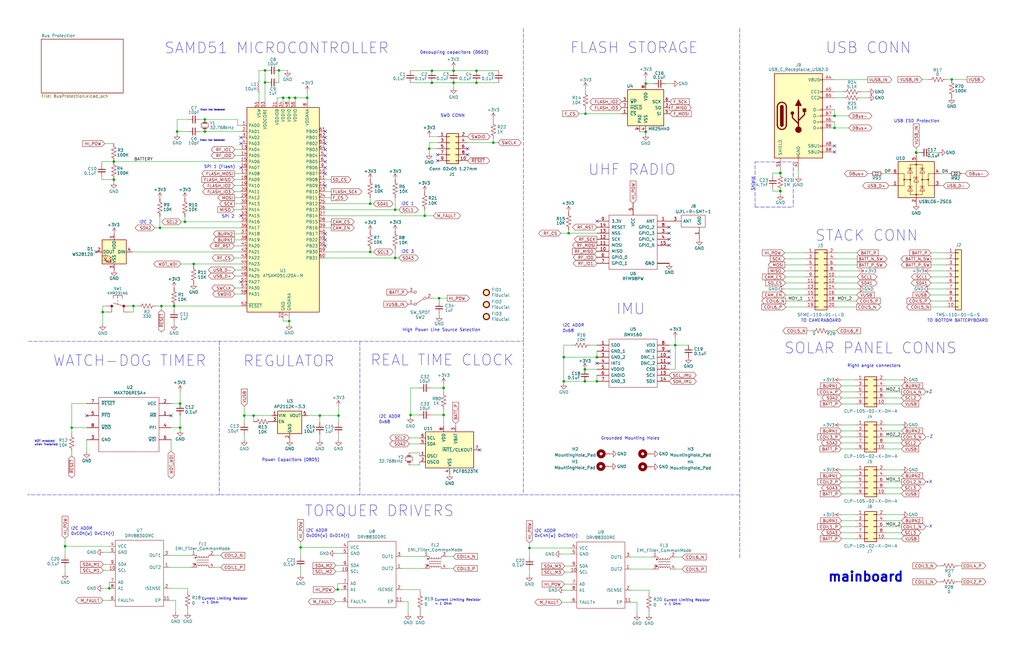
<source format=kicad_sch>
(kicad_sch (version 20211123) (generator eeschema)
  (paper "B")
  (title_block (title "PyCubed Mini") (date "2022-09-06") (rev "B1/04") (company "RExLab Carnegie Mellon University") (comment 1 "Z.Manchester") (comment 2 "N.Khera") (comment 3 "M.Holliday"))
  (lib_symbols
    (symbol "Connector:USB_C_Receptacle_USB2.0" (pin_names (offset 1.016))
      (property "Reference" "J" (at -10.16 19.05 0))
      (property "Value" "USB_C_Receptacle_USB2.0" (at 19.05 19.05 0))
      (symbol "USB_C_Receptacle_USB2.0_1_1"
        (pin passive line (at 0 -22.86 90) (length 5.08) (name "GND") (number "A1"))
        (pin passive line (at 0 -22.86 90) (length 5.08) hide (name "GND") (number "A12"))
        (pin passive line (at 15.24 15.24 180) (length 5.08) (name "VBUS") (number "A4"))
        (pin bidirectional line (at 15.24 10.16 180) (length 5.08) (name "CC1") (number "A5"))
        (pin bidirectional line (at 15.24 -2.54 180) (length 5.08) (name "D+") (number "A6"))
        (pin bidirectional line (at 15.24 2.54 180) (length 5.08) (name "D-") (number "A7"))
        (pin bidirectional line (at 15.24 -12.7 180) (length 5.08) (name "SBU1") (number "A8"))
        (pin passive line (at 15.24 15.24 180) (length 5.08) hide (name "VBUS") (number "A9"))
        (pin passive line (at 0 -22.86 90) (length 5.08) hide (name "GND") (number "B1"))
        (pin passive line (at 0 -22.86 90) (length 5.08) hide (name "GND") (number "B12"))
        (pin passive line (at 15.24 15.24 180) (length 5.08) hide (name "VBUS") (number "B4"))
        (pin bidirectional line (at 15.24 7.62 180) (length 5.08) (name "CC2") (number "B5"))
        (pin bidirectional line (at 15.24 -5.08 180) (length 5.08) (name "D+") (number "B6"))
        (pin bidirectional line (at 15.24 0 180) (length 5.08) (name "D-") (number "B7"))
        (pin bidirectional line (at 15.24 -15.24 180) (length 5.08) (name "SBU2") (number "B8"))
        (pin passive line (at 15.24 15.24 180) (length 5.08) hide (name "VBUS") (number "B9"))
        (pin passive line (at -7.62 -22.86 90) (length 5.08) (name "SHIELD") (number "S1"))
      )
    )
    (symbol "Connector_Generic:Conn_01x10" (pin_names (offset 1.016) hide)
      (property "Reference" "J" (at 0 12.7 0))
      (property "Value" "Conn_01x10" (at 0 -15.24 0))
      (symbol "Conn_01x10_1_1"
        (pin passive line (at -5.08 10.16 0) (length 3.81) (name "Pin_1") (number "1"))
        (pin passive line (at -5.08 -12.7 0) (length 3.81) (name "Pin_10") (number "10"))
        (pin passive line (at -5.08 7.62 0) (length 3.81) (name "Pin_2") (number "2"))
        (pin passive line (at -5.08 5.08 0) (length 3.81) (name "Pin_3") (number "3"))
        (pin passive line (at -5.08 2.54 0) (length 3.81) (name "Pin_4") (number "4"))
        (pin passive line (at -5.08 0 0) (length 3.81) (name "Pin_5") (number "5"))
        (pin passive line (at -5.08 -2.54 0) (length 3.81) (name "Pin_6") (number "6"))
        (pin passive line (at -5.08 -5.08 0) (length 3.81) (name "Pin_7") (number "7"))
        (pin passive line (at -5.08 -7.62 0) (length 3.81) (name "Pin_8") (number "8"))
        (pin passive line (at -5.08 -10.16 0) (length 3.81) (name "Pin_9") (number "9"))
      )
    )
    (symbol "Connector_Generic:Conn_02x05_Odd_Even" (pin_names (offset 1.016) hide)
      (property "Reference" "J" (at 1.27 7.62 0))
      (property "Value" "Conn_02x05_Odd_Even" (at 1.27 -7.62 0))
      (symbol "Conn_02x05_Odd_Even_1_1"
        (pin passive line (at -5.08 5.08 0) (length 3.81) (name "Pin_1") (number "1"))
        (pin passive line (at 7.62 -5.08 180) (length 3.81) (name "Pin_10") (number "10"))
        (pin passive line (at 7.62 5.08 180) (length 3.81) (name "Pin_2") (number "2"))
        (pin passive line (at -5.08 2.54 0) (length 3.81) (name "Pin_3") (number "3"))
        (pin passive line (at 7.62 2.54 180) (length 3.81) (name "Pin_4") (number "4"))
        (pin passive line (at -5.08 0 0) (length 3.81) (name "Pin_5") (number "5"))
        (pin passive line (at 7.62 0 180) (length 3.81) (name "Pin_6") (number "6"))
        (pin passive line (at -5.08 -2.54 0) (length 3.81) (name "Pin_7") (number "7"))
        (pin passive line (at 7.62 -2.54 180) (length 3.81) (name "Pin_8") (number "8"))
        (pin passive line (at -5.08 -5.08 0) (length 3.81) (name "Pin_9") (number "9"))
      )
    )
    (symbol "Connector_Generic:Conn_02x10_Odd_Even" (pin_names (offset 1.016) hide)
      (property "Reference" "J" (at 1.27 12.7 0))
      (property "Value" "Conn_02x10_Odd_Even" (at 1.27 -15.24 0))
      (symbol "Conn_02x10_Odd_Even_1_1"
        (pin passive line (at -5.08 10.16 0) (length 3.81) (name "Pin_1") (number "1"))
        (pin passive line (at 7.62 0 180) (length 3.81) (name "Pin_10") (number "10"))
        (pin passive line (at -5.08 -2.54 0) (length 3.81) (name "Pin_11") (number "11"))
        (pin passive line (at 7.62 -2.54 180) (length 3.81) (name "Pin_12") (number "12"))
        (pin passive line (at -5.08 -5.08 0) (length 3.81) (name "Pin_13") (number "13"))
        (pin passive line (at 7.62 -5.08 180) (length 3.81) (name "Pin_14") (number "14"))
        (pin passive line (at -5.08 -7.62 0) (length 3.81) (name "Pin_15") (number "15"))
        (pin passive line (at 7.62 -7.62 180) (length 3.81) (name "Pin_16") (number "16"))
        (pin passive line (at -5.08 -10.16 0) (length 3.81) (name "Pin_17") (number "17"))
        (pin passive line (at 7.62 -10.16 180) (length 3.81) (name "Pin_18") (number "18"))
        (pin passive line (at -5.08 -12.7 0) (length 3.81) (name "Pin_19") (number "19"))
        (pin passive line (at 7.62 10.16 180) (length 3.81) (name "Pin_2") (number "2"))
        (pin passive line (at 7.62 -12.7 180) (length 3.81) (name "Pin_20") (number "20"))
        (pin passive line (at -5.08 7.62 0) (length 3.81) (name "Pin_3") (number "3"))
        (pin passive line (at 7.62 7.62 180) (length 3.81) (name "Pin_4") (number "4"))
        (pin passive line (at -5.08 5.08 0) (length 3.81) (name "Pin_5") (number "5"))
        (pin passive line (at 7.62 5.08 180) (length 3.81) (name "Pin_6") (number "6"))
        (pin passive line (at -5.08 2.54 0) (length 3.81) (name "Pin_7") (number "7"))
        (pin passive line (at 7.62 2.54 180) (length 3.81) (name "Pin_8") (number "8"))
        (pin passive line (at -5.08 0 0) (length 3.81) (name "Pin_9") (number "9"))
      )
    )
    (symbol "Device:C_Small" (pin_numbers hide) (pin_names (offset 0.254) hide)
      (property "Reference" "C" (at 0.254 1.778 0))
      (property "Value" "C_Small" (at 0.254 -2.032 0))
      (symbol "C_Small_1_1"
        (pin passive line (at 0 2.54 270) (length 2.032) (name "~") (number "1"))
        (pin passive line (at 0 -2.54 90) (length 2.032) (name "~") (number "2"))
      )
    )
    (symbol "Device:Crystal_Small" (pin_numbers hide) (pin_names (offset 1.016) hide)
      (property "Reference" "Y" (at 0 2.54 0))
      (property "Value" "Crystal_Small" (at 0 -2.54 0))
      (symbol "Crystal_Small_1_1"
        (pin passive line (at -2.54 0 0) (length 1.27) (name "1") (number "1"))
        (pin passive line (at 2.54 0 180) (length 1.27) (name "2") (number "2"))
      )
    )
    (symbol "Device:Filter_EMI_CommonMode" (pin_names (offset 0.254) hide)
      (property "Reference" "FL" (at 0 4.445 0))
      (property "Value" "Filter_EMI_CommonMode" (at 0 -4.445 0))
      (symbol "Filter_EMI_CommonMode_1_1"
        (pin passive line (at -5.08 2.54 0) (length 2.54) (name "1") (number "1"))
        (pin passive line (at 5.08 2.54 180) (length 2.54) (name "2") (number "2"))
        (pin passive line (at -5.08 -2.54 0) (length 2.54) (name "3") (number "3"))
        (pin passive line (at 5.08 -2.54 180) (length 2.54) (name "4") (number "4"))
      )
    )
    (symbol "Device:L_Small" (pin_numbers hide) (pin_names (offset 0.254) hide)
      (property "Reference" "L" (at 0.762 1.016 0))
      (property "Value" "L_Small" (at 0.762 -1.016 0))
      (symbol "L_Small_1_1"
        (pin passive line (at 0 2.54 270) (length 0.508) (name "~") (number "1"))
        (pin passive line (at 0 -2.54 90) (length 0.508) (name "~") (number "2"))
      )
    )
    (symbol "Device:R_Small" (pin_numbers hide) (pin_names (offset 0.254) hide)
      (property "Reference" "R" (at 0.762 0.508 0))
      (property "Value" "R_Small" (at 0.762 -1.016 0))
      (symbol "R_Small_1_1"
        (pin passive line (at 0 2.54 270) (length 0.762) (name "~") (number "1"))
        (pin passive line (at 0 -2.54 90) (length 0.762) (name "~") (number "2"))
      )
    )
    (symbol "Device:R_US" (pin_numbers hide) (pin_names (offset 0))
      (property "Reference" "R" (at 2.54 0 90))
      (property "Value" "R_US" (at -2.54 0 90))
      (symbol "R_US_1_1"
        (pin passive line (at 0 3.81 270) (length 1.27) (name "~") (number "1"))
        (pin passive line (at 0 -3.81 90) (length 1.27) (name "~") (number "2"))
      )
    )
    (symbol "LED:WS2812B" (pin_names (offset 0.254))
      (property "Reference" "D" (at 5.08 5.715 0))
      (property "Value" "WS2812B" (at 1.27 -5.715 0))
      (symbol "WS2812B_0_0"
        (text "RGB" (at 2.286 -4.191 0) (effects (font (size 0.762 0.762))))
      )
      (symbol "WS2812B_1_1"
        (pin power_in line (at 0 7.62 270) (length 2.54) (name "VDD") (number "1"))
        (pin output line (at 7.62 0 180) (length 2.54) (name "DOUT") (number "2"))
        (pin power_in line (at 0 -7.62 90) (length 2.54) (name "VSS") (number "3"))
        (pin input line (at -7.62 0 0) (length 2.54) (name "DIN") (number "4"))
      )
    )
    (symbol "Mechanical:Fiducial"
      (property "Reference" "FID" (at 0 5.08 0))
      (property "Value" "Fiducial" (at 0 3.175 0))
    )
    (symbol "Mechanical:MountingHole_Pad" (pin_numbers hide) (pin_names (offset 1.016) hide)
      (property "Reference" "H" (at 0 6.35 0))
      (property "Value" "MountingHole_Pad" (at 0 4.445 0))
      (symbol "MountingHole_Pad_1_1"
        (pin input line (at 0 -2.54 90) (length 2.54) (name "1") (number "1"))
      )
    )
    (symbol "Memory_NVRAM:MR25H40" (pin_names (offset 1.016))
      (property "Reference" "U" (at -7.62 8.89 0))
      (property "Value" "MR25H40" (at 1.27 8.89 0))
      (symbol "MR25H40_1_1"
        (pin input line (at -10.16 -2.54 0) (length 2.54) (name "~{CS}") (number "1"))
        (pin output line (at 10.16 0 180) (length 2.54) (name "SO") (number "2"))
        (pin input line (at -10.16 2.54 0) (length 2.54) (name "~{WP}") (number "3"))
        (pin power_in line (at 0 -10.16 90) (length 2.54) (name "VSS") (number "4"))
        (pin input line (at 10.16 -2.54 180) (length 2.54) (name "SI") (number "5"))
        (pin input line (at 10.16 2.54 180) (length 2.54) (name "SCK") (number "6"))
        (pin input line (at -10.16 0 0) (length 2.54) (name "~{HOLD}") (number "7"))
        (pin power_in line (at 0 10.16 270) (length 2.54) (name "VDD") (number "8"))
        (pin power_in line (at -2.54 -10.16 90) (length 2.54) (name "PAD") (number "9"))
      )
    )
    (symbol "Power_Protection:USBLC6-2SC6" (pin_names hide)
      (property "Reference" "U" (at 2.54 8.89 0))
      (property "Value" "USBLC6-2SC6" (at 2.54 -8.89 0))
      (symbol "USBLC6-2SC6_1_1"
        (pin passive line (at -10.16 -2.54 0) (length 2.54) (name "I/O1") (number "1"))
        (pin passive line (at 0 -10.16 90) (length 2.54) (name "GND") (number "2"))
        (pin passive line (at 10.16 -2.54 180) (length 2.54) (name "I/O2") (number "3"))
        (pin passive line (at 10.16 2.54 180) (length 2.54) (name "I/O2") (number "4"))
        (pin passive line (at 0 10.16 270) (length 2.54) (name "VBUS") (number "5"))
        (pin passive line (at -10.16 2.54 0) (length 2.54) (name "I/O1") (number "6"))
      )
    )
    (symbol "Regulator_Linear:AP2112K-3.3" (pin_names (offset 0.254))
      (property "Reference" "U" (at -5.08 5.715 0))
      (property "Value" "AP2112K-3.3" (at 0 5.715 0))
      (symbol "AP2112K-3.3_1_1"
        (pin power_in line (at -7.62 2.54 0) (length 2.54) (name "VIN") (number "1"))
        (pin power_in line (at 0 -7.62 90) (length 2.54) (name "GND") (number "2"))
        (pin input line (at -7.62 0 0) (length 2.54) (name "EN") (number "3"))
        (pin no_connect line (at 5.08 0 180) (length 2.54) hide (name "NC") (number "4"))
        (pin power_out line (at 7.62 2.54 180) (length 2.54) (name "VOUT") (number "5"))
      )
    )
    (symbol "Switch:SW_SPDT" (pin_names (offset 0) hide)
      (property "Reference" "SW" (at 0 4.318 0))
      (property "Value" "SW_SPDT" (at 0 -5.08 0))
      (symbol "SW_SPDT_1_1"
        (pin passive line (at 5.08 2.54 180) (length 2.54) (name "A") (number "1"))
        (pin passive line (at -5.08 0 0) (length 2.54) (name "B") (number "2"))
        (pin passive line (at 5.08 -2.54 180) (length 2.54) (name "C") (number "3"))
      )
    )
    (symbol "Timer_RTC:PCF8523TK"
      (property "Reference" "U" (at -10.16 8.89 0))
      (property "Value" "PCF8523TK" (at 3.81 8.89 0))
      (symbol "PCF8523TK_1_1"
        (pin input line (at -12.7 -2.54 0) (length 2.54) (name "OSCI") (number "1"))
        (pin output line (at -12.7 -5.08 0) (length 2.54) (name "OSCO") (number "2"))
        (pin power_in line (at 2.54 10.16 270) (length 2.54) (name "VBAT") (number "3"))
        (pin power_in line (at 0 -10.16 90) (length 2.54) (name "VSS") (number "4"))
        (pin bidirectional line (at -12.7 2.54 0) (length 2.54) (name "SDA") (number "5"))
        (pin input line (at -12.7 5.08 0) (length 2.54) (name "SCL") (number "6"))
        (pin open_collector line (at 12.7 0 180) (length 2.54) (name "~{INT1}/CLKOUT") (number "7"))
        (pin power_in line (at -2.54 10.16 270) (length 2.54) (name "VDD") (number "8"))
        (pin passive line (at 0 -10.16 90) (length 2.54) hide (name "VSS") (number "9"))
      )
    )
    (symbol "mainboard:ATSAMD51J20A-M-MCU_Microchip_SAMD"
      (property "Reference" "U" (at -15.24 -44.45 0))
      (property "Value" "ATSAMD51J20A-M-MCU_Microchip_SAMD" (at 5.08 -44.45 0))
      (symbol "ATSAMD51J20A-M-MCU_Microchip_SAMD_1_0"
        (pin bidirectional line (at 17.78 25.4 180) (length 2.54) (name "PB03") (number "64"))
      )
      (symbol "ATSAMD51J20A-M-MCU_Microchip_SAMD_1_1"
        (pin bidirectional line (at -17.78 35.56 0) (length 2.54) (name "PA00") (number "1"))
        (pin bidirectional line (at 17.78 15.24 180) (length 2.54) (name "PB07") (number "10"))
        (pin bidirectional line (at 17.78 12.7 180) (length 2.54) (name "PB08") (number "11"))
        (pin bidirectional line (at 17.78 10.16 180) (length 2.54) (name "PB09") (number "12"))
        (pin bidirectional line (at -17.78 25.4 0) (length 2.54) (name "PA04") (number "13"))
        (pin bidirectional line (at -17.78 22.86 0) (length 2.54) (name "PA05") (number "14"))
        (pin bidirectional line (at -17.78 20.32 0) (length 2.54) (name "PA06") (number "15"))
        (pin bidirectional line (at -17.78 17.78 0) (length 2.54) (name "PA07") (number "16"))
        (pin bidirectional line (at -17.78 15.24 0) (length 2.54) (name "PA08") (number "17"))
        (pin bidirectional line (at -17.78 12.7 0) (length 2.54) (name "PA09") (number "18"))
        (pin bidirectional line (at -17.78 10.16 0) (length 2.54) (name "PA10") (number "19"))
        (pin bidirectional line (at -17.78 33.02 0) (length 2.54) (name "PA01") (number "2"))
        (pin bidirectional line (at -17.78 7.62 0) (length 2.54) (name "PA11") (number "20"))
        (pin power_in line (at -2.54 45.72 270) (length 2.54) (name "VDDIOB") (number "21"))
        (pin power_in line (at 0 -45.72 90) (length 2.54) (name "GND") (number "22"))
        (pin bidirectional line (at 17.78 7.62 180) (length 2.54) (name "PB10") (number "23"))
        (pin bidirectional line (at 17.78 5.08 180) (length 2.54) (name "PB11") (number "24"))
        (pin bidirectional line (at 17.78 2.54 180) (length 2.54) (name "PB12") (number "25"))
        (pin bidirectional line (at 17.78 0 180) (length 2.54) (name "PB13") (number "26"))
        (pin bidirectional line (at 17.78 -2.54 180) (length 2.54) (name "PB14") (number "27"))
        (pin bidirectional line (at 17.78 -5.08 180) (length 2.54) (name "PB15") (number "28"))
        (pin bidirectional line (at -17.78 5.08 0) (length 2.54) (name "PA12") (number "29"))
        (pin bidirectional line (at -17.78 30.48 0) (length 2.54) (name "PA02") (number "3"))
        (pin bidirectional line (at -17.78 2.54 0) (length 2.54) (name "PA13") (number "30"))
        (pin bidirectional line (at -17.78 0 0) (length 2.54) (name "PA14") (number "31"))
        (pin bidirectional line (at -17.78 -2.54 0) (length 2.54) (name "PA15") (number "32"))
        (pin passive line (at 0 -45.72 90) (length 2.54) hide (name "GND") (number "33"))
        (pin power_in line (at 0 45.72 270) (length 2.54) (name "VDDIO") (number "34"))
        (pin bidirectional line (at -17.78 -5.08 0) (length 2.54) (name "PA16") (number "35"))
        (pin bidirectional line (at -17.78 -7.62 0) (length 2.54) (name "PA17") (number "36"))
        (pin bidirectional line (at -17.78 -10.16 0) (length 2.54) (name "PA18") (number "37"))
        (pin bidirectional line (at -17.78 -12.7 0) (length 2.54) (name "PA19") (number "38"))
        (pin bidirectional line (at 17.78 -7.62 180) (length 2.54) (name "PB16") (number "39"))
        (pin bidirectional line (at -17.78 27.94 0) (length 2.54) (name "PA03") (number "4"))
        (pin bidirectional line (at 17.78 -10.16 180) (length 2.54) (name "PB17") (number "40"))
        (pin bidirectional line (at -17.78 -15.24 0) (length 2.54) (name "PA20") (number "41"))
        (pin bidirectional line (at -17.78 -17.78 0) (length 2.54) (name "PA21") (number "42"))
        (pin bidirectional line (at -17.78 -20.32 0) (length 2.54) (name "PA22") (number "43"))
        (pin bidirectional line (at -17.78 -22.86 0) (length 2.54) (name "PA23") (number "44"))
        (pin bidirectional line (at -17.78 -25.4 0) (length 2.54) (name "PA24") (number "45"))
        (pin bidirectional line (at -17.78 -27.94 0) (length 2.54) (name "PA25") (number "46"))
        (pin passive line (at 0 -45.72 90) (length 2.54) hide (name "GND") (number "47"))
        (pin power_in line (at 2.54 45.72 270) (length 2.54) (name "VDDIO") (number "48"))
        (pin bidirectional line (at 17.78 -12.7 180) (length 2.54) (name "PB22") (number "49"))
        (pin bidirectional line (at 17.78 22.86 180) (length 2.54) (name "PB04") (number "5"))
        (pin bidirectional line (at 17.78 -15.24 180) (length 2.54) (name "PB23") (number "50"))
        (pin bidirectional line (at -17.78 -30.48 0) (length 2.54) (name "PA27") (number "51"))
        (pin input line (at -17.78 -40.64 0) (length 2.54) (name "~{RESET}") (number "52"))
        (pin power_out line (at -7.62 45.72 270) (length 2.54) (name "VDDCORE") (number "53"))
        (pin passive line (at 0 -45.72 90) (length 2.54) hide (name "GND") (number "54"))
        (pin power_in line (at -10.16 45.72 270) (length 2.54) (name "VSW") (number "55"))
        (pin power_in line (at 5.08 45.72 270) (length 2.54) (name "VDDIO") (number "56"))
        (pin bidirectional line (at -17.78 -33.02 0) (length 2.54) (name "PA30") (number "57"))
        (pin bidirectional line (at -17.78 -35.56 0) (length 2.54) (name "PA31") (number "58"))
        (pin bidirectional line (at 17.78 -17.78 180) (length 2.54) (name "PB30") (number "59"))
        (pin bidirectional line (at 17.78 20.32 180) (length 2.54) (name "PB05") (number "6"))
        (pin bidirectional line (at 17.78 -20.32 180) (length 2.54) (name "PB31") (number "60"))
        (pin bidirectional line (at 17.78 33.02 180) (length 2.54) (name "PB00") (number "61"))
        (pin bidirectional line (at 17.78 30.48 180) (length 2.54) (name "PB01") (number "62"))
        (pin bidirectional line (at 17.78 27.94 180) (length 2.54) (name "PB02") (number "63"))
        (pin passive line (at 0 -45.72 90) (length 2.54) hide (name "GND") (number "65"))
        (pin power_in line (at 2.54 -45.72 90) (length 2.54) (name "GNDANA") (number "7"))
        (pin power_in line (at 10.16 45.72 270) (length 2.54) (name "VDDANA") (number "8"))
        (pin bidirectional line (at 17.78 17.78 180) (length 2.54) (name "PB06") (number "9"))
      )
    )
    (symbol "mainboard:BMX160-symbols" (pin_names (offset 0.762))
      (property "Reference" "IC" (at 26.67 7.62 0))
      (property "Value" "BMX160-symbols" (at 26.67 5.08 0))
      (symbol "BMX160-symbols_0_0"
        (pin bidirectional line (at 0 0 0) (length 5.08) (name "SDO") (number "1"))
        (pin bidirectional line (at 30.48 -5.08 180) (length 5.08) (name "DNC_1") (number "10"))
        (pin bidirectional line (at 30.48 -7.62 180) (length 5.08) (name "DNC_2") (number "11"))
        (pin bidirectional line (at 30.48 -10.16 180) (length 5.08) (name "CSB") (number "12"))
        (pin bidirectional line (at 30.48 -12.7 180) (length 5.08) (name "SCX") (number "13"))
        (pin bidirectional line (at 30.48 -15.24 180) (length 5.08) (name "SDX") (number "14"))
        (pin bidirectional line (at 0 -2.54 0) (length 5.08) (name "GND_1") (number "2"))
        (pin bidirectional line (at 0 -5.08 0) (length 5.08) (name "GND_2") (number "3"))
        (pin bidirectional line (at 0 -7.62 0) (length 5.08) (name "INT1") (number "4"))
        (pin bidirectional line (at 0 -10.16 0) (length 5.08) (name "VDDIO") (number "5"))
        (pin bidirectional line (at 0 -12.7 0) (length 5.08) (name "GNDIO") (number "6"))
        (pin bidirectional line (at 0 -15.24 0) (length 5.08) (name "GND_3") (number "7"))
        (pin bidirectional line (at 30.48 0 180) (length 5.08) (name "VDD") (number "8"))
        (pin bidirectional line (at 30.48 -2.54 180) (length 5.08) (name "INT2") (number "9"))
      )
    )
    (symbol "mainboard:DRV8830DRC-wbraun_ic_lib" (pin_names (offset 1.016))
      (property "Reference" "U" (at -8.89 15.24 0))
      (property "Value" "DRV8830DRC-wbraun_ic_lib" (at -3.81 -15.24 0))
      (symbol "DRV8830DRC-wbraun_ic_lib_1_1"
        (pin passive line (at 12.7 2.54 180) (length 2.54) (name "OUT2") (number "1"))
        (pin passive line (at -12.7 1.27 0) (length 2.54) (name "SCL") (number "10"))
        (pin power_in line (at 12.7 -11.43 180) (length 2.54) (name "EP") (number "11"))
        (pin passive line (at 12.7 -6.35 180) (length 2.54) (name "ISENSE") (number "2"))
        (pin passive line (at 12.7 7.62 180) (length 2.54) (name "OUT1") (number "3"))
        (pin power_in line (at -12.7 11.43 0) (length 2.54) (name "VCC") (number "4"))
        (pin power_in line (at -12.7 8.89 0) (length 2.54) (name "GND") (number "5"))
        (pin open_collector line (at -12.7 -11.43 0) (length 2.54) (name "FAULTn") (number "6"))
        (pin passive line (at -12.7 -3.81 0) (length 2.54) (name "A0") (number "7"))
        (pin passive line (at -12.7 -6.35 0) (length 2.54) (name "A1") (number "8"))
        (pin passive line (at -12.7 3.81 0) (length 2.54) (name "SDA") (number "9"))
      )
    )
    (symbol "mainboard:MAX708RESA-T-symbols" (pin_names (offset 1.016))
      (property "Reference" "U" (at 15.5956 9.1186 0))
      (property "Value" "MAX708RESA-T-symbols" (at 14.9606 6.5786 0))
      (symbol "MAX708RESA-T-symbols_1_0"
        (pin input line (at 2.54 -2.54 0) (length 5.08) (name "~{MR}") (number "1"))
        (pin power_in line (at 2.54 2.54 0) (length 5.08) (name "VCC") (number "2"))
        (pin power_in line (at 38.1 -12.7 180) (length 5.08) (name "GND") (number "3"))
        (pin input line (at 2.54 -7.62 0) (length 5.08) (name "PFI") (number "4"))
        (pin output line (at 38.1 -2.54 180) (length 5.08) (name "~{PFO}") (number "5"))
        (pin input line (at 2.54 -12.7 0) (length 5.08) (name "~{WDI}") (number "6"))
        (pin output line (at 38.1 2.54 180) (length 5.08) (name "~{RESET}") (number "7"))
        (pin output line (at 38.1 -7.62 180) (length 5.08) (name "~{WDO}") (number "8"))
      )
    )
    (symbol "mainboard:RFM98PW-symbols" (pin_names (offset 1.016))
      (property "Reference" "U" (at -7.62 10.16 0))
      (symbol "RFM98PW-symbols_0_0"
        (pin bidirectional line (at 17.78 -10.16 180) (length 5.08) hide (name "GND") (number "17"))
        (pin bidirectional line (at 2.54 15.24 270) (length 5.08) (name "VCC") (number "5"))
      )
      (symbol "RFM98PW-symbols_1_0"
        (pin bidirectional line (at 17.78 7.62 180) (length 5.08) (name "ANT") (number "1"))
        (pin bidirectional line (at -12.7 -5.08 0) (length 5.08) (name "MISO") (number "10"))
        (pin bidirectional line (at -12.7 -2.54 0) (length 5.08) (name "MOSI") (number "11"))
        (pin bidirectional line (at -12.7 0 0) (length 5.08) (name "SCK") (number "12"))
        (pin bidirectional line (at -12.7 2.54 0) (length 5.08) (name "NSS") (number "13"))
        (pin bidirectional line (at -12.7 5.08 0) (length 5.08) (name "RESET") (number "14"))
        (pin bidirectional line (at 17.78 -2.54 180) (length 5.08) (name "GPIO_5") (number "15"))
        (pin bidirectional line (at 17.78 -10.16 180) (length 5.08) (name "GND") (number "16"))
        (pin bidirectional line (at 17.78 -10.16 180) (length 5.08) (name "GND") (number "2"))
        (pin bidirectional line (at 17.78 2.54 180) (length 5.08) (name "GPIO_3") (number "3"))
        (pin bidirectional line (at 17.78 0 180) (length 5.08) (name "GPIO_4") (number "4"))
        (pin bidirectional line (at -12.7 -7.62 0) (length 5.08) (name "GPIO_0") (number "6"))
        (pin bidirectional line (at -12.7 -10.16 0) (length 5.08) (name "GPIO_1") (number "7"))
        (pin bidirectional line (at 17.78 5.08 180) (length 5.08) (name "GPIO_2") (number "8"))
        (pin power_in line (at -12.7 7.62 0) (length 5.08) (name "3.3V") (number "9"))
      )
    )
    (symbol "mainboard:SWITCH_TACT_SMT4.6X2.8-" (pin_names (offset 1.016))
      (property "Reference" "SW" (at -2.54 6.35 0))
      (property "Value" "SWITCH_TACT_SMT4.6X2.8-" (at -2.54 -5.08 0))
      (symbol "SWITCH_TACT_SMT4.6X2.8-_1_0"
        (pin passive line (at -5.08 0 0) (length 2.54) (name "P") (number "A"))
        (pin passive line (at -5.08 -2.54 0) (length 2.54) (name "P1") (number "A'"))
        (pin passive line (at 5.08 0 180) (length 2.54) (name "S") (number "B"))
        (pin passive line (at 5.08 -2.54 180) (length 2.54) (name "S1") (number "B'"))
      )
    )
    (symbol "mainboard:U.FL-R-SMT-1-symbols" (pin_names (offset 0.762))
      (property "Reference" "J" (at -7.62 11.43 0))
      (property "Value" "U.FL-R-SMT-1-symbols" (at -7.62 8.89 0))
      (symbol "U.FL-R-SMT-1-symbols_0_0"
        (pin unspecified line (at 2.54 -7.62 90) (length 5.08) (name "GND") (number "1"))
        (pin unspecified line (at 2.54 -7.62 90) (length 5.08) hide (name "2") (number "2"))
        (pin unspecified line (at -10.16 0 0) (length 5.08) (name "ANT") (number "3"))
      )
    )
    (symbol "power:+3V3" (power) (pin_names (offset 0))
      (property "Value" "+3V3" (at 0 3.556 0))
      (symbol "+3V3_1_1"
        (pin power_in line (at 0 0 90) (length 0) hide (name "+3V3") (number "1"))
      )
    )
    (symbol "power:GND" (power) (pin_names (offset 0))
      (property "Value" "GND" (at 0 -3.81 0))
      (symbol "GND_1_1"
        (pin power_in line (at 0 0 270) (length 0) hide (name "GND") (number "1"))
      )
    )
  )
  (junction (at 246.634 155.829))
  (junction (at 237.744 160.909))
  (junction (at 166.624 108.839))
  (junction (at 75.946 170.307))
  (junction (at 182.118 34.925))
  (junction (at 272.288 35.306))
  (junction (at 386.334 64.389) (diameter 1.016))
  (junction (at 223.266 231.267))
  (junction (at 284.734 145.669))
  (junction (at 119.38 41.275))
  (junction (at 180.975 62.738))
  (junction (at 134.874 175.387))
  (junction (at 182.118 29.845))
  (junction (at 329.057 80.645) (diameter 1.016))
  (junction (at 200.914 29.845))
  (junction (at 351.917 48.895))
  (junction (at 106.934 175.387))
  (junction (at 208.026 60.198))
  (junction (at 27.432 230.505))
  (junction (at 272.288 55.626))
  (junction (at 74.676 55.499))
  (junction (at 237.744 150.749))
  (junction (at 191.262 29.845))
  (junction (at 43.307 131.699))
  (junction (at 179.07 91.059))
  (junction (at 77.978 93.599))
  (junction (at 239.776 98.425))
  (junction (at 86.36 50.419))
  (junction (at 166.624 88.519))
  (junction (at 191.262 34.925))
  (junction (at 56.261 129.159))
  (junction (at 187.071 163.703))
  (junction (at 401.32 33.528))
  (junction (at 329.057 73.025) (diameter 1.016))
  (junction (at 129.54 41.275))
  (junction (at 121.92 135.509))
  (junction (at 246.634 160.909))
  (junction (at 81.661 111.379))
  (junction (at 75.946 180.467))
  (junction (at 124.46 41.275))
  (junction (at 48.006 75.819))
  (junction (at 187.071 175.133))
  (junction (at 142.748 175.387))
  (junction (at 86.36 55.499))
  (junction (at 73.406 129.159))
  (junction (at 121.92 41.275))
  (junction (at 173.101 175.133))
  (junction (at 111.76 29.718))
  (junction (at 156.083 106.299))
  (junction (at 142.367 248.793))
  (junction (at 246.888 48.006))
  (junction (at 185.166 125.857))
  (junction (at 126.746 231.013))
  (junction (at 251.714 150.749))
  (junction (at 46.101 248.285))
  (junction (at 200.914 34.925))
  (junction (at 351.917 53.975))
  (junction (at 67.437 96.139))
  (junction (at 111.76 34.798))
  (junction (at 68.072 129.159))
  (junction (at 30.226 180.467))
  (junction (at 156.083 85.979))
  (junction (at 117.602 29.718))
  (junction (at 102.997 175.387))
  (junction (at 251.714 160.909))
  (junction (at 48.006 68.199))
  (no_connect (at 282.194 150.749))
  (no_connect (at 282.194 100.965))
  (no_connect (at 251.714 93.345))
  (no_connect (at 251.714 153.289))
  (no_connect (at 137.16 70.739))
  (no_connect (at 137.16 68.199))
  (no_connect (at 137.16 65.659))
  (no_connect (at 137.16 60.579))
  (no_connect (at 137.16 63.119))
  (no_connect (at 137.16 73.279))
  (no_connect (at 282.194 153.289))
  (no_connect (at 282.194 148.209))
  (no_connect (at 197.231 65.278))
  (no_connect (at 101.6 58.039))
  (no_connect (at 101.6 70.739))
  (no_connect (at 101.6 60.579))
  (no_connect (at 282.194 103.505))
  (no_connect (at 137.16 55.499))
  (no_connect (at 184.531 65.278))
  (no_connect (at 184.531 67.818))
  (no_connect (at 137.16 58.039))
  (no_connect (at 282.194 98.425))
  (no_connect (at 351.917 61.595))
  (no_connect (at 351.917 64.135))
  (no_connect (at 197.231 62.738))
  (no_connect (at 101.6 91.059))
  (no_connect (at 40.513 106.299))
  (no_connect (at 137.16 101.219))
  (no_connect (at 137.16 103.759))
  (no_connect (at 137.16 78.359))
  (no_connect (at 101.6 118.999))
  (no_connect (at 137.16 98.679))
  (no_connect (at 202.311 189.865))
  (no_connect (at 282.194 95.885))
  (no_connect (at 72.136 175.387))
  (no_connect (at 36.576 175.387))
  (wire (pts (xy 119.38 41.275) (xy 119.38 42.799)))
  (wire (pts (xy 284.734 145.669) (xy 282.194 145.669)))
  (wire (pts (xy 392.557 106.68) (xy 399.034 106.68)))
  (wire (pts (xy 208.026 60.198) (xy 210.058 60.198)))
  (wire (pts (xy 144.145 246.253) (xy 142.367 246.253)))
  (wire (pts (xy 400.431 73.279) (xy 396.494 73.279)))
  (wire (pts (xy 169.545 248.793) (xy 177.165 248.793)))
  (wire (pts (xy 27.432 230.505) (xy 46.101 230.505)))
  (wire (pts (xy 71.501 253.365) (xy 74.041 253.365)))
  (wire (pts (xy 266.065 240.157) (xy 274.955 240.157)))
  (wire (pts (xy 27.432 239.395) (xy 27.432 241.935)))
  (wire (pts (xy 240.665 238.887) (xy 238.125 238.887)))
  (wire (pts (xy 129.54 38.735) (xy 129.54 41.275)))
  (wire (pts (xy 46.101 238.125) (xy 43.561 238.125)))
  (wire (pts (xy 106.934 177.927) (xy 106.934 175.387)))
  (polyline (pts (xy 311.912 208.788) (xy 11.938 208.788)))
  (wire (pts (xy 43.307 131.699) (xy 44.577 131.699)))
  (wire (pts (xy 72.136 190.373) (xy 72.136 185.547)))
  (wire (pts (xy 354.838 227.33) (xy 360.807 227.33)))
  (wire (pts (xy 73.406 129.159) (xy 73.406 130.81)))
  (wire (pts (xy 27.432 230.505) (xy 27.432 234.315)))
  (wire (pts (xy 180.975 62.738) (xy 180.975 64.643)))
  (wire (pts (xy 48.006 68.199) (xy 42.926 68.199)))
  (wire (pts (xy 329.057 73.025) (xy 325.882 73.025)))
  (wire (pts (xy 72.136 180.467) (xy 75.946 180.467)))
  (wire (pts (xy 354.838 167.894) (xy 360.807 167.894)))
  (wire (pts (xy 354.711 189.484) (xy 360.807 189.484)))
  (wire (pts (xy 116.84 42.799) (xy 116.84 41.275)))
  (wire (pts (xy 173.101 175.133) (xy 176.657 175.133)))
  (wire (pts (xy 98.806 85.979) (xy 101.6 85.979)))
  (wire (pts (xy 340.233 139.573) (xy 342.392 139.573)))
  (wire (pts (xy 182.118 34.925) (xy 172.974 34.925)))
  (wire (pts (xy 248.92 145.669) (xy 251.714 145.669)))
  (wire (pts (xy 139.7 83.439) (xy 137.16 83.439)))
  (wire (pts (xy 223.266 240.157) (xy 223.266 242.697)))
  (wire (pts (xy 354.838 200.787) (xy 360.807 200.787)))
  (wire (pts (xy 339.852 106.68) (xy 330.835 106.68)))
  (wire (pts (xy 187.071 172.974) (xy 187.071 175.133)))
  (wire (pts (xy 380.238 184.404) (xy 373.507 184.404)))
  (wire (pts (xy 251.714 160.909) (xy 246.634 160.909)))
  (wire (pts (xy 144.145 241.173) (xy 141.605 241.173)))
  (wire (pts (xy 246.634 160.909) (xy 237.744 160.909)))
  (wire (pts (xy 272.288 56.642) (xy 272.288 55.626)))
  (wire (pts (xy 181.737 163.703) (xy 187.071 163.703)))
  (wire (pts (xy 54.737 131.699) (xy 56.261 131.699)))
  (wire (pts (xy 184.531 60.198) (xy 180.975 60.198)))
  (wire (pts (xy 77.978 93.599) (xy 101.6 93.599)))
  (wire (pts (xy 46.101 245.745) (xy 46.101 248.285)))
  (wire (pts (xy 139.7 93.599) (xy 137.16 93.599)))
  (wire (pts (xy 156.083 106.299) (xy 157.607 106.299)))
  (wire (pts (xy 42.926 68.199) (xy 42.926 69.469)))
  (polyline (pts (xy 334.518 68.326) (xy 334.518 87.376)) (stroke (width 0) (type dash)))
  (wire (pts (xy 237.744 145.669) (xy 237.744 150.749)))
  (wire (pts (xy 36.576 170.307) (xy 30.226 170.307)))
  (wire (pts (xy 134.874 185.547) (xy 134.874 183.388)))
  (wire (pts (xy 273.685 249.047) (xy 273.685 250.317)))
  (wire (pts (xy 172.593 187.325) (xy 176.911 187.325)))
  (wire (pts (xy 81.661 111.379) (xy 101.6 111.379)))
  (wire (pts (xy 98.806 103.759) (xy 101.6 103.759)))
  (wire (pts (xy 99.06 63.119) (xy 101.6 63.119)))
  (wire (pts (xy 380.238 181.864) (xy 373.507 181.864)))
  (wire (pts (xy 98.806 101.219) (xy 101.6 101.219)))
  (wire (pts (xy 351.917 48.895) (xy 357.886 48.895)))
  (wire (pts (xy 354.838 170.434) (xy 360.807 170.434)))
  (wire (pts (xy 325.882 73.025) (xy 325.882 74.295)))
  (wire (pts (xy 124.46 41.275) (xy 129.54 41.275)))
  (polyline (pts (xy 220.726 11.938) (xy 220.726 208.788)))
  (polyline (pts (xy 92.456 144.018) (xy 92.456 208.915)))
  (wire (pts (xy 373.507 217.17) (xy 380.238 217.17)))
  (wire (pts (xy 269.748 55.626) (xy 272.288 55.626)))
  (wire (pts (xy 354.711 205.867) (xy 360.807 205.867)))
  (wire (pts (xy 354.838 219.71) (xy 360.807 219.71)))
  (wire (pts (xy 121.92 41.275) (xy 121.92 42.799)))
  (wire (pts (xy 134.874 175.387) (xy 129.794 175.387)))
  (wire (pts (xy 361.188 129.54) (xy 352.552 129.54)))
  (polyline (pts (xy 11.938 144.018) (xy 220.726 144.018)))
  (wire (pts (xy 166.624 108.839) (xy 168.148 108.839)))
  (wire (pts (xy 156.083 105.283) (xy 156.083 106.299)))
  (wire (pts (xy 361.315 124.46) (xy 352.552 124.46)))
  (wire (pts (xy 126.746 228.6) (xy 126.746 231.013)))
  (wire (pts (xy 43.307 129.159) (xy 43.307 131.699)))
  (wire (pts (xy 156.083 83.439) (xy 156.083 85.979)))
  (wire (pts (xy 361.569 119.38) (xy 352.552 119.38)))
  (wire (pts (xy 173.101 163.703) (xy 176.657 163.703)))
  (wire (pts (xy 374.904 78.359) (xy 376.174 78.359)))
  (wire (pts (xy 36.576 190.627) (xy 36.576 185.547)))
  (wire (pts (xy 166.624 105.156) (xy 166.624 108.839)))
  (wire (pts (xy 325.882 80.645) (xy 329.057 80.645)))
  (wire (pts (xy 101.6 113.919) (xy 99.06 113.919)))
  (polyline (pts (xy 11.938 208.788) (xy 11.938 208.534)))
  (wire (pts (xy 354.711 224.79) (xy 360.807 224.79)))
  (wire (pts (xy 355.473 38.735) (xy 351.917 38.735)))
  (wire (pts (xy 119.38 41.275) (xy 121.92 41.275)))
  (wire (pts (xy 56.261 129.159) (xy 58.166 129.159)))
  (wire (pts (xy 392.557 127) (xy 399.034 127)))
  (wire (pts (xy 30.226 180.467) (xy 36.576 180.467)))
  (wire (pts (xy 285.115 235.077) (xy 287.655 235.077)))
  (wire (pts (xy 361.569 116.84) (xy 352.552 116.84)))
  (wire (pts (xy 81.661 111.379) (xy 81.661 112.141)))
  (wire (pts (xy 354.838 162.814) (xy 360.807 162.814)))
  (wire (pts (xy 84.328 55.499) (xy 86.36 55.499)))
  (wire (pts (xy 124.46 41.275) (xy 124.46 42.799)))
  (wire (pts (xy 109.22 39.116) (xy 109.22 42.799)))
  (wire (pts (xy 395.097 238.76) (xy 396.494 238.76)))
  (wire (pts (xy 139.7 80.899) (xy 137.16 80.899)))
  (wire (pts (xy 27.432 227.203) (xy 27.432 230.505)))
  (wire (pts (xy 200.914 34.925) (xy 210.312 34.925)))
  (wire (pts (xy 46.101 233.045) (xy 43.561 233.045)))
  (wire (pts (xy 111.76 34.798) (xy 111.76 42.799)))
  (wire (pts (xy 100.203 50.419) (xy 100.203 52.959)))
  (wire (pts (xy 395.097 245.491) (xy 396.367 245.491)))
  (wire (pts (xy 329.057 71.755) (xy 329.057 73.025)))
  (wire (pts (xy 331.216 119.38) (xy 339.852 119.38)))
  (wire (pts (xy 380.238 200.787) (xy 373.507 200.787)))
  (wire (pts (xy 272.288 35.306) (xy 275.59 35.306)))
  (wire (pts (xy 142.748 185.547) (xy 142.748 183.388)))
  (wire (pts (xy 137.16 88.519) (xy 166.624 88.519)))
  (wire (pts (xy 172.974 29.845) (xy 182.118 29.845)))
  (wire (pts (xy 73.406 135.89) (xy 73.406 136.779)))
  (wire (pts (xy 355.473 41.275) (xy 351.917 41.275)))
  (wire (pts (xy 380.238 165.354) (xy 373.507 165.354)))
  (wire (pts (xy 373.507 224.79) (xy 379.984 224.79)))
  (wire (pts (xy 184.531 57.658) (xy 180.975 57.658)))
  (wire (pts (xy 172.466 191.135) (xy 176.911 191.135)))
  (wire (pts (xy 86.36 50.419) (xy 100.203 50.419)))
  (wire (pts (xy 172.085 253.873) (xy 172.085 258.953)))
  (wire (pts (xy 396.494 78.359) (xy 397.764 78.359)))
  (wire (pts (xy 266.065 254.127) (xy 268.605 254.127)))
  (wire (pts (xy 223.266 229.108) (xy 223.266 231.267)))
  (wire (pts (xy 392.557 119.38) (xy 399.034 119.38)))
  (wire (pts (xy 84.328 50.419) (xy 86.36 50.419)))
  (wire (pts (xy 141.478 248.793) (xy 142.367 248.793)))
  (wire (pts (xy 166.624 83.439) (xy 166.624 88.519)))
  (wire (pts (xy 285.115 240.157) (xy 287.655 240.157)))
  (wire (pts (xy 237.998 246.507) (xy 240.665 246.507)))
  (wire (pts (xy 182.245 125.857) (xy 185.166 125.857)))
  (wire (pts (xy 284.734 155.829) (xy 284.734 145.669)))
  (wire (pts (xy 354.838 184.404) (xy 360.807 184.404)))
  (wire (pts (xy 380.111 167.894) (xy 373.507 167.894)))
  (wire (pts (xy 236.982 254.127) (xy 240.665 254.127)))
  (wire (pts (xy 351.917 53.975) (xy 357.886 53.975)))
  (wire (pts (xy 172.466 196.215) (xy 176.911 196.215)))
  (wire (pts (xy 75.946 181.483) (xy 75.946 180.467)))
  (wire (pts (xy 65.786 129.159) (xy 68.072 129.159)))
  (wire (pts (xy 387.604 64.389) (xy 386.334 64.389)))
  (wire (pts (xy 54.737 129.159) (xy 56.261 129.159)))
  (wire (pts (xy 403.987 245.491) (xy 405.638 245.491)))
  (wire (pts (xy 380.111 170.434) (xy 373.507 170.434)))
  (wire (pts (xy 142.367 246.253) (xy 142.367 248.793)))
  (wire (pts (xy 126.746 231.013) (xy 144.145 231.013)))
  (wire (pts (xy 99.06 121.539) (xy 101.6 121.539)))
  (wire (pts (xy 117.602 34.798) (xy 117.602 29.718)))
  (wire (pts (xy 192.151 178.689) (xy 192.151 179.705)))
  (wire (pts (xy 237.744 160.909) (xy 237.744 150.749)))
  (wire (pts (xy 354.838 208.407) (xy 360.807 208.407)))
  (wire (pts (xy 223.266 231.267) (xy 223.266 235.077)))
  (wire (pts (xy 46.101 240.665) (xy 43.561 240.665)))
  (wire (pts (xy 392.43 129.54) (xy 399.034 129.54)))
  (wire (pts (xy 119.38 135.509) (xy 121.92 135.509)))
  (wire (pts (xy 71.501 239.395) (xy 80.391 239.395)))
  (wire (pts (xy 268.605 254.127) (xy 268.605 259.207)))
  (wire (pts (xy 141.478 253.873) (xy 144.145 253.873)))
  (polyline (pts (xy 311.912 11.938) (xy 311.912 235.458)))
  (wire (pts (xy 30.226 190.627) (xy 30.226 192.405)))
  (wire (pts (xy 330.835 121.92) (xy 339.852 121.92)))
  (wire (pts (xy 121.92 41.275) (xy 124.46 41.275)))
  (wire (pts (xy 354.838 179.324) (xy 360.807 179.324)))
  (wire (pts (xy 188.595 239.903) (xy 191.135 239.903)))
  (wire (pts (xy 392.303 124.46) (xy 399.034 124.46)))
  (wire (pts (xy 407.035 73.279) (xy 405.511 73.279)))
  (wire (pts (xy 339.852 124.46) (xy 331.216 124.46)))
  (wire (pts (xy 399.034 121.92) (xy 392.303 121.92)))
  (wire (pts (xy 166.624 88.519) (xy 168.148 88.519)))
  (wire (pts (xy 121.92 135.509) (xy 121.92 136.652)))
  (polyline (pts (xy 318.389 68.326) (xy 334.518 68.326)) (stroke (width 0) (type dash)))
  (wire (pts (xy 283.21 35.306) (xy 280.67 35.306)))
  (wire (pts (xy 273.685 257.937) (xy 273.685 259.207)))
  (wire (pts (xy 102.997 185.547) (xy 102.997 183.388)))
  (wire (pts (xy 354.838 222.25) (xy 360.807 222.25)))
  (wire (pts (xy 339.852 129.54) (xy 331.343 129.54)))
  (wire (pts (xy 187.071 163.703) (xy 187.071 165.354)))
  (wire (pts (xy 251.714 148.209) (xy 251.714 150.749)))
  (wire (pts (xy 98.806 88.519) (xy 101.6 88.519)))
  (wire (pts (xy 112.522 29.718) (xy 111.76 29.718)))
  (wire (pts (xy 106.934 175.387) (xy 114.554 175.387)))
  (wire (pts (xy 354.838 165.354) (xy 360.807 165.354)))
  (wire (pts (xy 55.753 106.299) (xy 101.6 106.299)))
  (wire (pts (xy 79.121 248.285) (xy 79.121 249.555)))
  (wire (pts (xy 112.522 34.798) (xy 111.76 34.798)))
  (wire (pts (xy 98.806 73.279) (xy 101.6 73.279)))
  (wire (pts (xy 42.926 74.549) (xy 42.926 75.819)))
  (wire (pts (xy 197.231 60.198) (xy 208.026 60.198)))
  (wire (pts (xy 74.041 253.365) (xy 74.041 258.445)))
  (wire (pts (xy 172.593 184.785) (xy 176.911 184.785)))
  (wire (pts (xy 137.16 85.979) (xy 156.083 85.979)))
  (wire (pts (xy 179.07 88.646) (xy 179.07 91.059)))
  (wire (pts (xy 176.911 191.135) (xy 176.911 192.405)))
  (wire (pts (xy 352.552 127) (xy 361.061 127)))
  (wire (pts (xy 137.16 108.839) (xy 166.624 108.839)))
  (wire (pts (xy 188.595 234.823) (xy 191.135 234.823)))
  (wire (pts (xy 184.531 62.738) (xy 180.975 62.738)))
  (wire (pts (xy 79.121 257.175) (xy 79.121 258.445)))
  (wire (pts (xy 68.072 129.159) (xy 68.072 130.81)))
  (wire (pts (xy 386.334 65.659) (xy 386.334 64.389)))
  (wire (pts (xy 240.665 233.807) (xy 236.855 233.807)))
  (wire (pts (xy 325.882 79.375) (xy 325.882 80.645)))
  (wire (pts (xy 102.997 171.45) (xy 102.997 175.387)))
  (wire (pts (xy 86.36 55.499) (xy 101.6 55.499)))
  (wire (pts (xy 367.157 73.279) (xy 365.887 73.279)))
  (wire (pts (xy 373.507 179.324) (xy 380.238 179.324)))
  (wire (pts (xy 156.083 85.979) (xy 157.48 85.979)))
  (wire (pts (xy 144.145 248.793) (xy 142.367 248.793)))
  (wire (pts (xy 75.946 175.387) (xy 75.946 180.467)))
  (wire (pts (xy 361.442 109.22) (xy 352.552 109.22)))
  (wire (pts (xy 282.194 155.829) (xy 284.734 155.829)))
  (wire (pts (xy 251.714 98.425) (xy 239.776 98.425)))
  (wire (pts (xy 200.914 29.845) (xy 210.312 29.845)))
  (wire (pts (xy 44.196 60.579) (xy 48.006 60.579)))
  (wire (pts (xy 126.746 231.013) (xy 126.746 234.823)))
  (wire (pts (xy 101.6 116.459) (xy 99.06 116.459)))
  (polyline (pts (xy 318.389 87.376) (xy 318.389 68.326)) (stroke (width 0) (type dash)))
  (wire (pts (xy 251.714 160.909) (xy 251.714 158.369)))
  (wire (pts (xy 30.226 170.307) (xy 30.226 180.467)))
  (wire (pts (xy 98.806 78.359) (xy 101.6 78.359)))
  (wire (pts (xy 401.32 33.528) (xy 407.797 33.528)))
  (wire (pts (xy 144.145 233.553) (xy 141.605 233.553)))
  (wire (pts (xy 404.114 238.76) (xy 405.638 238.76)))
  (wire (pts (xy 354.838 198.247) (xy 360.807 198.247)))
  (wire (pts (xy 169.545 253.873) (xy 172.085 253.873)))
  (wire (pts (xy 380.238 203.327) (xy 373.507 203.327)))
  (wire (pts (xy 109.22 29.718) (xy 111.76 29.718)))
  (wire (pts (xy 373.507 186.944) (xy 379.984 186.944)))
  (wire (pts (xy 81.661 119.761) (xy 81.661 119.507)))
  (wire (pts (xy 77.978 91.44) (xy 77.978 93.599)))
  (wire (pts (xy 351.917 46.355) (xy 351.917 48.895)))
  (wire (pts (xy 73.406 129.159) (xy 101.6 129.159)))
  (wire (pts (xy 67.437 91.44) (xy 67.437 96.139)))
  (wire (pts (xy 380.111 189.484) (xy 373.507 189.484)))
  (wire (pts (xy 177.165 248.793) (xy 177.165 250.063)))
  (wire (pts (xy 142.748 178.308) (xy 142.748 175.387)))
  (polyline (pts (xy 151.765 144.018) (xy 151.765 208.915)))
  (wire (pts (xy 399.034 114.3) (xy 392.557 114.3)))
  (wire (pts (xy 386.334 62.484) (xy 386.334 64.389)))
  (wire (pts (xy 392.684 64.389) (xy 395.986 64.389)))
  (wire (pts (xy 351.917 33.655) (xy 365.887 33.655)))
  (wire (pts (xy 75.946 170.307) (xy 75.946 165.227)))
  (wire (pts (xy 111.76 29.718) (xy 111.76 34.798)))
  (wire (pts (xy 68.072 129.159) (xy 73.406 129.159)))
  (wire (pts (xy 43.307 129.159) (xy 44.577 129.159)))
  (wire (pts (xy 173.101 175.895) (xy 173.101 175.133)))
  (wire (pts (xy 237.998 249.047) (xy 240.665 249.047)))
  (wire (pts (xy 331.216 116.84) (xy 339.852 116.84)))
  (wire (pts (xy 366.014 38.735) (xy 363.093 38.735)))
  (wire (pts (xy 76.327 111.379) (xy 81.661 111.379)))
  (wire (pts (xy 237.744 161.671) (xy 237.744 160.909)))
  (wire (pts (xy 43.434 253.365) (xy 46.101 253.365)))
  (wire (pts (xy 173.101 163.703) (xy 173.101 175.133)))
  (wire (pts (xy 380.238 219.71) (xy 373.507 219.71)))
  (wire (pts (xy 191.262 28.829) (xy 191.262 29.845)))
  (wire (pts (xy 388.874 33.528) (xy 391.541 33.528)))
  (wire (pts (xy 139.7 96.139) (xy 137.16 96.139)))
  (wire (pts (xy 329.057 80.645) (xy 329.057 81.915)))
  (wire (pts (xy 56.261 131.699) (xy 56.261 129.159)))
  (wire (pts (xy 392.557 116.84) (xy 399.034 116.84)))
  (wire (pts (xy 208.026 58.674) (xy 208.026 60.198)))
  (wire (pts (xy 351.917 51.435) (xy 351.917 53.975)))
  (wire (pts (xy 126.746 239.903) (xy 126.746 242.443)))
  (wire (pts (xy 240.665 241.427) (xy 238.125 241.427)))
  (wire (pts (xy 246.888 38.481) (xy 246.888 37.338)))
  (wire (pts (xy 272.288 33.02) (xy 272.288 35.306)))
  (wire (pts (xy 241.3 145.669) (xy 237.744 145.669)))
  (wire (pts (xy 169.545 234.823) (xy 178.435 234.823)))
  (wire (pts (xy 361.696 114.3) (xy 352.552 114.3)))
  (wire (pts (xy 244.221 48.006) (xy 246.888 48.006)))
  (wire (pts (xy 185.166 127.254) (xy 185.166 125.857)))
  (wire (pts (xy 266.065 235.077) (xy 274.955 235.077)))
  (wire (pts (xy 401.32 33.528) (xy 399.161 33.528)))
  (wire (pts (xy 46.101 248.285) (xy 43.561 248.285)))
  (wire (pts (xy 67.437 96.139) (xy 101.6 96.139)))
  (wire (pts (xy 380.111 227.33) (xy 373.507 227.33)))
  (wire (pts (xy 187.071 162.052) (xy 187.071 163.703)))
  (wire (pts (xy 361.442 106.68) (xy 352.552 106.68)))
  (wire (pts (xy 246.888 46.101) (xy 246.888 48.006)))
  (wire (pts (xy 179.07 91.059) (xy 137.16 91.059)))
  (polyline (pts (xy 318.389 87.376) (xy 334.518 87.376)))
  (wire (pts (xy 373.507 160.274) (xy 380.238 160.274)))
  (wire (pts (xy 352.552 121.92) (xy 361.569 121.92)))
  (wire (pts (xy 106.934 175.387) (xy 102.997 175.387)))
  (wire (pts (xy 142.748 175.387) (xy 134.874 175.387)))
  (wire (pts (xy 380.238 162.814) (xy 373.507 162.814)))
  (wire (pts (xy 331.343 127) (xy 339.852 127)))
  (wire (pts (xy 181.737 175.133) (xy 187.071 175.133)))
  (wire (pts (xy 134.874 178.308) (xy 134.874 175.387)))
  (wire (pts (xy 176.911 194.945) (xy 176.911 196.215)))
  (wire (pts (xy 223.266 231.267) (xy 240.665 231.267)))
  (wire (pts (xy 71.501 234.315) (xy 80.391 234.315)))
  (wire (pts (xy 182.118 29.845) (xy 191.262 29.845)))
  (wire (pts (xy 74.676 56.515) (xy 74.676 55.499)))
  (wire (pts (xy 354.838 217.17) (xy 360.807 217.17)))
  (wire (pts (xy 246.888 48.006) (xy 262.128 48.006)))
  (wire (pts (xy 352.806 139.573) (xy 350.012 139.573)))
  (wire (pts (xy 117.602 29.718) (xy 121.285 29.718)))
  (wire (pts (xy 98.806 75.819) (xy 101.6 75.819)))
  (wire (pts (xy 366.014 41.275) (xy 363.093 41.275)))
  (wire (pts (xy 361.442 111.76) (xy 352.552 111.76)))
  (wire (pts (xy 109.22 29.718) (xy 109.22 34.036)))
  (wire (pts (xy 208.026 51.054) (xy 208.026 50.165)))
  (wire (pts (xy 144.145 238.633) (xy 141.605 238.633)))
  (wire (pts (xy 380.111 208.407) (xy 373.507 208.407)))
  (wire (pts (xy 99.06 65.659) (xy 101.6 65.659)))
  (wire (pts (xy 237.744 150.749) (xy 251.714 150.749)))
  (wire (pts (xy 74.676 55.499) (xy 74.676 50.419)))
  (wire (pts (xy 90.551 239.395) (xy 93.091 239.395)))
  (wire (pts (xy 119.38 135.509) (xy 119.38 134.239)))
  (wire (pts (xy 392.557 111.76) (xy 399.034 111.76)))
  (wire (pts (xy 65.278 96.139) (xy 67.437 96.139)))
  (wire (pts (xy 142.748 171.577) (xy 142.748 175.387)))
  (wire (pts (xy 98.806 108.839) (xy 101.6 108.839)))
  (wire (pts (xy 74.676 55.499) (xy 79.248 55.499)))
  (wire (pts (xy 169.545 239.903) (xy 178.435 239.903)))
  (wire (pts (xy 373.507 198.247) (xy 380.238 198.247)))
  (wire (pts (xy 90.551 234.315) (xy 93.091 234.315)))
  (wire (pts (xy 74.676 50.419) (xy 79.248 50.419)))
  (wire (pts (xy 98.806 80.899) (xy 101.6 80.899)))
  (wire (pts (xy 185.166 133.096) (xy 185.166 132.334)))
  (wire (pts (xy 30.226 183.007) (xy 30.226 180.467)))
  (wire (pts (xy 187.071 175.133) (xy 187.071 179.705)))
  (wire (pts (xy 99.06 124.079) (xy 101.6 124.079)))
  (wire (pts (xy 48.006 76.835) (xy 48.006 75.819)))
  (wire (pts (xy 354.711 186.944) (xy 360.807 186.944)))
  (wire (pts (xy 98.806 98.679) (xy 101.6 98.679)))
  (wire (pts (xy 339.852 114.3) (xy 330.962 114.3)))
  (wire (pts (xy 48.006 68.199) (xy 101.6 68.199)))
  (wire (pts (xy 376.174 73.279) (xy 372.237 73.279)))
  (wire (pts (xy 191.262 36.957) (xy 191.262 34.925)))
  (wire (pts (xy 336.677 71.755) (xy 336.677 74.295)))
  (wire (pts (xy 339.852 111.76) (xy 330.962 111.76)))
  (wire (pts (xy 42.926 75.819) (xy 48.006 75.819)))
  (wire (pts (xy 191.262 29.845) (xy 200.914 29.845)))
  (wire (pts (xy 373.507 205.867) (xy 379.984 205.867)))
  (wire (pts (xy 380.238 222.25) (xy 373.507 222.25)))
  (wire (pts (xy 284.734 142.621) (xy 284.734 145.669)))
  (wire (pts (xy 182.118 34.925) (xy 191.262 34.925)))
  (wire (pts (xy 392.557 109.22) (xy 399.034 109.22)))
  (wire (pts (xy 182.753 91.059) (xy 179.07 91.059)))
  (wire (pts (xy 266.065 249.047) (xy 273.685 249.047)))
  (wire (pts (xy 139.7 75.819) (xy 137.16 75.819)))
  (wire (pts (xy 71.501 248.285) (xy 79.121 248.285)))
  (wire (pts (xy 116.84 41.275) (xy 119.38 41.275)))
  (wire (pts (xy 239.776 97.155) (xy 239.776 98.425)))
  (wire (pts (xy 354.838 160.274) (xy 360.807 160.274)))
  (wire (pts (xy 72.136 170.307) (xy 75.946 170.307)))
  (wire (pts (xy 180.975 60.198) (xy 180.975 62.738)))
  (wire (pts (xy 100.203 52.959) (xy 101.6 52.959)))
  (wire (pts (xy 129.54 41.275) (xy 129.54 42.799)))
  (wire (pts (xy 76.454 93.599) (xy 77.978 93.599)))
  (wire (pts (xy 354.838 181.864) (xy 360.807 181.864)))
  (wire (pts (xy 102.997 178.308) (xy 102.997 175.387)))
  (wire (pts (xy 177.165 257.683) (xy 177.165 258.953)))
  (wire (pts (xy 191.262 34.925) (xy 200.914 34.925)))
  (wire (pts (xy 185.166 125.857) (xy 188.595 125.857)))
  (wire (pts (xy 339.852 109.22) (xy 330.962 109.22)))
  (wire (pts (xy 121.92 134.239) (xy 121.92 135.509)))
  (wire (pts (xy 137.16 106.299) (xy 156.083 106.299)))
  (wire (pts (xy 43.307 131.699) (xy 43.307 136.779)))
  (wire (pts (xy 236.474 98.425) (xy 239.776 98.425)))
  (wire (pts (xy 290.322 145.669) (xy 284.734 145.669)))
  (wire (pts (xy 98.806 83.439) (xy 101.6 83.439)))
  (wire (pts (xy 354.838 203.327) (xy 360.807 203.327)))
  (wire (pts (xy 246.634 155.829) (xy 251.714 155.829)))
  (text "High Power Line Source Selection" (at 169.672 140.081 0) (effects (font (size 1.27 1.27)) (justify left bottom)))
  (text "I2C ADDR" (at 138.176 224.79 180) (effects (font (size 1.27 1.27)) (justify right bottom)))
  (text "I2C ADDR" (at 38.989 223.901 180) (effects (font (size 1.27 1.27)) (justify right bottom)))
  (text "0xC4h(w) 0xC5h(r)" (at 243.713 226.949 180) (effects (font (size 1.27 1.27)) (justify right bottom)))
  (text "+X" (at 393.192 204.216 180) (effects (font (size 1.27 1.27)) (justify right bottom)))
  (text "WDT enabled\nwhen installed" (at 14.478 188.214 0) (effects (font (size 0.889 0.889)) (justify left bottom)))
  (text "Current Limiting Resistor\n< 1 Ohm" (at 279.908 255.651 0) (effects (font (size 1.016 1.016)) (justify left bottom)))
  (text "mainboard" (at 348.869 245.872 0) (effects (font (size 3.9878 3.9878) (thickness 0.7976) bold) (justify left bottom)))
  (text "0x68" (at 164.592 178.943 180) (effects (font (size 1.27 1.27)) (justify right bottom)))
  (text "SAMD51 MICROCONTROLLER" (at 69.215 23.114 0) (effects (font (size 4.572 4.572)) (justify left bottom)))
  (text "FLASH STORAGE" (at 240.284 22.987 0) (effects (font (size 4.572 4.572)) (justify left bottom)))
  (text "SOLAR PANEL CONNS" (at 330.581 149.733 0) (effects (font (size 4.572 4.572)) (justify left bottom)))
  (text "0x68" (at 242.062 140.462 180) (effects (font (size 1.27 1.27)) (justify right bottom)))
  (text "USB ESD Protection" (at 376.936 51.943 0) (effects (font (size 1.27 1.27)) (justify left bottom)))
  (text "REGULATOR" (at 102.489 155.194 0) (effects (font (size 4.572 4.572)) (justify left bottom)))
  (text "0xC0h(w) 0xC1h(r)" (at 48.26 226.06 180) (effects (font (size 1.27 1.27)) (justify right bottom)))
  (text "Right angle connectors" (at 357.251 155.194 0) (effects (font (size 1.27 1.27)) (justify left bottom)))
  (text "SPI 2" (at 98.933 92.202 180) (effects (font (size 1.27 1.27)) (justify right bottom)))
  (text "I2C 3" (at 169.164 107.061 0) (effects (font (size 1.27 1.27)) (justify left bottom)))
  (text "Check Xtal Datasheet" (at 84.328 59.69 0) (effects (font (size 0.635 0.635)) (justify left bottom)))
  (text "Current Limiting Resistor\n< 1 Ohm" (at 84.963 255.016 0) (effects (font (size 1.016 1.016)) (justify left bottom)))
  (text "0xD0h(w) 0xD1h(r)" (at 147.447 226.949 180) (effects (font (size 1.27 1.27)) (justify right bottom)))
  (text "-Z" (at 393.446 185.166 180) (effects (font (size 1.27 1.27)) (justify right bottom)))
  (text "-X" (at 393.192 223.012 180) (effects (font (size 1.27 1.27)) (justify right bottom)))
  (text "TO BOTTOM BATTERYBOARD" (at 390.906 136.144 0) (effects (font (size 1.27 1.27)) (justify left bottom)))
  (text "TORQUER DRIVERS" (at 128.397 218.44 0) (effects (font (size 4.572 4.572)) (justify left bottom)))
  (text "WATCH-DOG TIMER" (at 22.225 155.067 0) (effects (font (size 4.572 4.572)) (justify left bottom)))
  (text "SWD CONN" (at 185.674 49.657 0) (effects (font (size 1.27 1.27)) (justify left bottom)))
  (text "STACK CONN" (at 343.662 102.235 0) (effects (font (size 4.572 4.572)) (justify left bottom)))
  (text "Shield" (at 318.262 80.645 90) (effects (font (size 1.27 1.27)) (justify left bottom)))
  (text "+Z" (at 393.192 166.243 180) (effects (font (size 1.27 1.27)) (justify right bottom)))
  (text "Decoupling capacitors (0603)" (at 177.038 22.987 0) (effects (font (size 1.27 1.27)) (justify left bottom)))
  (text "I2C 2" (at 58.674 94.615 0) (effects (font (size 1.27 1.27)) (justify left bottom)))
  (text "Current Limiting Resistor\n< 1 Ohm" (at 183.261 255.524 0) (effects (font (size 1.016 1.016)) (justify left bottom)))
  (text "IMU" (at 259.715 133.223 0) (effects (font (size 4.572 4.572)) (justify left bottom)))
  (text "I2C ADDR" (at 246.38 138.176 180) (effects (font (size 1.27 1.27)) (justify right bottom)))
  (text "UHF RADIO\n" (at 247.904 74.422 0) (effects (font (size 4.572 4.572)) (justify left bottom)))
  (text "Check Xtal Datasheet" (at 84.455 46.863 0) (effects (font (size 0.635 0.635)) (justify left bottom)))
  (text "I2C 1" (at 169.164 86.868 0) (effects (font (size 1.27 1.27)) (justify left bottom)))
  (text "Grounded Mounting Holes" (at 253.365 185.801 0) (effects (font (size 1.27 1.27)) (justify left bottom)))
  (text "USB CONN" (at 347.98 22.987 0) (effects (font (size 4.572 4.572)) (justify left bottom)))
  (text "REAL TIME CLOCK" (at 156.083 154.813 0) (effects (font (size 4.572 4.572)) (justify left bottom)))
  (text "Power Capacitors (0805)" (at 110.363 194.945 0) (effects (font (size 1.27 1.27)) (justify left bottom)))
  (text "SPI 1 (Flash)" (at 99.187 71.247 180) (effects (font (size 1.27 1.27)) (justify right bottom)))
  (text "I2C ADDR" (at 234.442 224.917 180) (effects (font (size 1.27 1.27)) (justify right bottom)))
  (text "TO CAMERABOARD" (at 337.693 136.144 0) (effects (font (size 1.27 1.27)) (justify left bottom)))
  (text "I2C ADDR" (at 168.91 176.657 180) (effects (font (size 1.27 1.27)) (justify right bottom)))
  (label "DN" (at 399.923 73.279 180))
  (label "BATTERY" (at 64.516 68.199 180))
  (label "MOZ_1" (at 373.507 165.354 0))
  (label "MOY_1" (at 338.582 127 180))
  (label "MOX_2" (at 373.507 222.25 0))
  (label "MOX_1" (at 373.507 203.327 0))
  (label "DP" (at 375.666 73.279 180))
  (label "MOZ_2" (at 373.507 184.404 0))
  (label "MOY_2" (at 359.283 127 180))
  (global_label "BURN1" (shape input) (at 354.838 219.71 180) (property "Intersheet References" "${INTERSHEET_REFS}" (effects hide)))
  (global_label "COIL5_N" (shape output) (at 340.233 139.573 180) (property "Intersheet References" "${INTERSHEET_REFS}" (effects hide)))
  (global_label "SWDIO" (shape bidirectional) (at 197.231 57.658 0) (property "Intersheet References" "${INTERSHEET_REFS}" (effects hide)))
  (global_label "BURN1" (shape input) (at 354.838 200.787 180) (property "Intersheet References" "${INTERSHEET_REFS}" (effects hide)))
  (global_label "VUSB" (shape input) (at 102.997 171.45 90) (property "Intersheet References" "${INTERSHEET_REFS}" (effects hide)))
  (global_label "BATT_P" (shape input) (at 354.711 189.484 180) (property "Intersheet References" "${INTERSHEET_REFS}" (effects hide)))
  (global_label "SDA2" (shape bidirectional) (at 65.278 96.139 180) (property "Intersheet References" "${INTERSHEET_REFS}" (effects hide)))
  (global_label "BURN1" (shape input) (at 354.838 162.814 180) (property "Intersheet References" "${INTERSHEET_REFS}" (effects hide)))
  (global_label "COIL4_P" (shape input) (at 354.838 165.354 180) (property "Intersheet References" "${INTERSHEET_REFS}" (effects hide)))
  (global_label "SCL1" (shape bidirectional) (at 392.557 116.84 180) (property "Intersheet References" "${INTERSHEET_REFS}" (effects hide)))
  (global_label "RF_IO1" (shape bidirectional) (at 251.714 111.125 180) (property "Intersheet References" "${INTERSHEET_REFS}" (effects hide)))
  (global_label "M_FAULT" (shape bidirectional) (at 236.982 254.127 180) (property "Intersheet References" "${INTERSHEET_REFS}" (effects hide)))
  (global_label "VUSB_IN" (shape input) (at 388.874 33.528 180) (property "Intersheet References" "${INTERSHEET_REFS}" (effects hide)))
  (global_label "DBus-" (shape bidirectional) (at 357.886 48.895 0) (property "Intersheet References" "${INTERSHEET_REFS}" (effects hide)))
  (global_label "COIL2_P" (shape input) (at 354.838 203.327 180) (property "Intersheet References" "${INTERSHEET_REFS}" (effects hide)))
  (global_label "COIL3_N" (shape output) (at 380.238 184.404 0) (property "Intersheet References" "${INTERSHEET_REFS}" (effects hide)))
  (global_label "FLASH_MOSI" (shape output) (at 98.806 73.279 180) (property "Intersheet References" "${INTERSHEET_REFS}" (effects hide)))
  (global_label "VUSB" (shape input) (at 380.111 189.484 0) (property "Intersheet References" "${INTERSHEET_REFS}" (effects hide)))
  (global_label "VUSB" (shape input) (at 392.303 124.46 180) (property "Intersheet References" "${INTERSHEET_REFS}" (effects hide)))
  (global_label "BURN2" (shape input) (at 380.238 219.71 0) (property "Intersheet References" "${INTERSHEET_REFS}" (effects hide)))
  (global_label "RF_IO1" (shape bidirectional) (at 99.06 63.119 180) (property "Intersheet References" "${INTERSHEET_REFS}" (effects hide)))
  (global_label "F_MOSI" (shape input) (at 282.448 48.006 0) (property "Intersheet References" "${INTERSHEET_REFS}" (effects hide)))
  (global_label "COIL5_N" (shape output) (at 361.188 129.54 0) (property "Intersheet References" "${INTERSHEET_REFS}" (effects hide)))
  (global_label "CAM_EN" (shape output) (at 139.7 96.139 0) (property "Intersheet References" "${INTERSHEET_REFS}" (effects hide)))
  (global_label "COIL3_P" (shape input) (at 191.135 239.903 0) (property "Intersheet References" "${INTERSHEET_REFS}" (effects hide)))
  (global_label "HI_POW" (shape input) (at 266.954 85.725 90) (property "Intersheet References" "${INTERSHEET_REFS}" (effects hide)))
  (global_label "SDA2" (shape bidirectional) (at 172.593 187.325 180) (property "Intersheet References" "${INTERSHEET_REFS}" (effects hide)))
  (global_label "SDA2" (shape bidirectional) (at 354.838 167.894 180) (property "Intersheet References" "${INTERSHEET_REFS}" (effects hide)))
  (global_label "SDA3" (shape bidirectional) (at 354.711 205.867 180) (property "Intersheet References" "${INTERSHEET_REFS}" (effects hide)))
  (global_label "RF_CS" (shape bidirectional) (at 98.806 108.839 180) (property "Intersheet References" "${INTERSHEET_REFS}" (effects hide)))
  (global_label "COIL2_N" (shape output) (at 380.238 203.327 0) (property "Intersheet References" "${INTERSHEET_REFS}" (effects hide)))
  (global_label "COIL3_P" (shape input) (at 354.838 184.404 180) (property "Intersheet References" "${INTERSHEET_REFS}" (effects hide)))
  (global_label "RF_MISO" (shape input) (at 251.714 106.045 180) (property "Intersheet References" "${INTERSHEET_REFS}" (effects hide)))
  (global_label "M_FAULT" (shape bidirectional) (at 141.478 253.873 180) (property "Intersheet References" "${INTERSHEET_REFS}" (effects hide)))
  (global_label "COIL3_N" (shape input) (at 395.097 238.76 180) (property "Intersheet References" "${INTERSHEET_REFS}" (effects hide)))
  (global_label "BATT_P" (shape input) (at 392.557 106.68 180) (property "Intersheet References" "${INTERSHEET_REFS}" (effects hide)))
  (global_label "DBus+" (shape bidirectional) (at 357.886 53.975 0) (property "Intersheet References" "${INTERSHEET_REFS}" (effects hide)))
  (global_label "SCL_M1" (shape input) (at 43.561 240.665 180) (property "Intersheet References" "${INTERSHEET_REFS}" (effects hide)))
  (global_label "BATT_N_SW" (shape output) (at 392.557 109.22 180) (property "Intersheet References" "${INTERSHEET_REFS}" (effects hide)))
  (global_label "F_MISO" (shape output) (at 282.448 45.466 0) (property "Intersheet References" "${INTERSHEET_REFS}" (effects hide)))
  (global_label "VUSB" (shape output) (at 407.797 33.528 0) (property "Intersheet References" "${INTERSHEET_REFS}" (effects hide)))
  (global_label "COIL6_P" (shape input) (at 331.343 129.54 180) (property "Intersheet References" "${INTERSHEET_REFS}" (effects hide)))
  (global_label "BATT_N_SW" (shape output) (at 361.442 109.22 0) (property "Intersheet References" "${INTERSHEET_REFS}" (effects hide)))
  (global_label "SCL3" (shape bidirectional) (at 379.984 224.79 0) (property "Intersheet References" "${INTERSHEET_REFS}" (effects hide)))
  (global_label "SDA_M1" (shape input) (at 43.561 238.125 180) (property "Intersheet References" "${INTERSHEET_REFS}" (effects hide)))
  (global_label "FLASH_IO3" (shape bidirectional) (at 262.128 45.466 180) (property "Intersheet References" "${INTERSHEET_REFS}" (effects hide)))
  (global_label "VUSB_IN" (shape input) (at 172.085 128.397 180) (property "Intersheet References" "${INTERSHEET_REFS}" (effects hide)))
  (global_label "COIL5_P" (shape input) (at 287.655 240.157 0) (property "Intersheet References" "${INTERSHEET_REFS}" (effects hide)))
  (global_label "BATT_P" (shape input) (at 354.838 208.407 180) (property "Intersheet References" "${INTERSHEET_REFS}" (effects hide)))
  (global_label "COIL6_P" (shape input) (at 352.806 139.573 0) (property "Intersheet References" "${INTERSHEET_REFS}" (effects hide)))
  (global_label "FLASH_IO2" (shape bidirectional) (at 98.806 78.359 180) (property "Intersheet References" "${INTERSHEET_REFS}" (effects hide)))
  (global_label "FLASH_SCK" (shape output) (at 139.7 80.899 0) (property "Intersheet References" "${INTERSHEET_REFS}" (effects hide)))
  (global_label "SDA3" (shape bidirectional) (at 168.148 108.839 0) (property "Intersheet References" "${INTERSHEET_REFS}" (effects hide)))
  (global_label "BATT_P" (shape input) (at 192.151 178.689 90) (property "Intersheet References" "${INTERSHEET_REFS}" (effects hide)))
  (global_label "M_FAULT" (shape bidirectional) (at 182.753 91.059 0) (property "Intersheet References" "${INTERSHEET_REFS}" (effects hide)))
  (global_label "USB_D-" (shape bidirectional) (at 397.764 78.359 0) (property "Intersheet References" "${INTERSHEET_REFS}" (effects hide)))
  (global_label "MISO" (shape input) (at 330.962 114.3 180) (property "Intersheet References" "${INTERSHEET_REFS}" (effects hide)))
  (global_label "SCL2" (shape bidirectional) (at 172.593 184.785 180) (property "Intersheet References" "${INTERSHEET_REFS}" (effects hide)))
  (global_label "VUSB_IN" (shape output) (at 365.887 33.655 0) (property "Intersheet References" "${INTERSHEET_REFS}" (effects hide)))
  (global_label "SCL3" (shape bidirectional) (at 379.984 205.867 0) (property "Intersheet References" "${INTERSHEET_REFS}" (effects hide)))
  (global_label "MOSI" (shape output) (at 330.962 111.76 180) (property "Intersheet References" "${INTERSHEET_REFS}" (effects hide)))
  (global_label "BATT_P" (shape input) (at 172.085 123.317 180) (property "Intersheet References" "${INTERSHEET_REFS}" (effects hide)))
  (global_label "SD_CS" (shape input) (at 331.216 119.38 180) (property "Intersheet References" "${INTERSHEET_REFS}" (effects hide)))
  (global_label "FLASH_IO3" (shape bidirectional) (at 98.806 80.899 180) (property "Intersheet References" "${INTERSHEET_REFS}" (effects hide)))
  (global_label "SCL1" (shape bidirectional) (at 168.148 88.519 0) (property "Intersheet References" "${INTERSHEET_REFS}" (effects hide)))
  (global_label "BURN2" (shape input) (at 380.238 200.787 0) (property "Intersheet References" "${INTERSHEET_REFS}" (effects hide)))
  (global_label "COIL2_P" (shape output) (at 405.638 245.491 0) (property "Intersheet References" "${INTERSHEET_REFS}" (effects hide)))
  (global_label "WDT_WDI" (shape bidirectional) (at 72.136 190.373 270) (property "Intersheet References" "${INTERSHEET_REFS}" (effects hide)))
  (global_label "COIL5_P" (shape input) (at 392.557 127 180) (property "Intersheet References" "${INTERSHEET_REFS}" (effects hide)))
  (global_label "SDA3" (shape bidirectional) (at 354.711 224.79 180) (property "Intersheet References" "${INTERSHEET_REFS}" (effects hide)))
  (global_label "COIL5_P" (shape input) (at 361.061 127 0) (property "Intersheet References" "${INTERSHEET_REFS}" (effects hide)))
  (global_label "VUSB" (shape input) (at 380.111 227.33 0) (property "Intersheet References" "${INTERSHEET_REFS}" (effects hide)))
  (global_label "BURN2" (shape input) (at 380.238 162.814 0) (property "Intersheet References" "${INTERSHEET_REFS}" (effects hide)))
  (global_label "SWDIO" (shape bidirectional) (at 99.06 124.079 180) (property "Intersheet References" "${INTERSHEET_REFS}" (effects hide)))
  (global_label "MOSI" (shape output) (at 98.806 83.439 180) (property "Intersheet References" "${INTERSHEET_REFS}" (effects hide)))
  (global_label "SCK" (shape output) (at 98.806 85.979 180) (property "Intersheet References" "${INTERSHEET_REFS}" (effects hide)))
  (global_label "VUSB" (shape input) (at 380.111 170.434 0) (property "Intersheet References" "${INTERSHEET_REFS}" (effects hide)))
  (global_label "BURN2" (shape input) (at 380.238 181.864 0) (property "Intersheet References" "${INTERSHEET_REFS}" (effects hide)))
  (global_label "DBus+" (shape bidirectional) (at 365.887 73.279 180) (property "Intersheet References" "${INTERSHEET_REFS}" (effects hide)))
  (global_label "HI_POW" (shape input) (at 141.478 248.793 180) (property "Intersheet References" "${INTERSHEET_REFS}" (effects hide)))
  (global_label "F_SCK" (shape input) (at 282.448 42.926 0) (property "Intersheet References" "${INTERSHEET_REFS}" (effects hide)))
  (global_label "~{RESET}" (shape bidirectional) (at 30.226 192.405 270) (property "Intersheet References" "${INTERSHEET_REFS}" (effects hide)))
  (global_label "CAM_EN" (shape input) (at 331.216 124.46 180) (property "Intersheet References" "${INTERSHEET_REFS}" (effects hide)))
  (global_label "BURN1" (shape output) (at 98.806 101.219 180) (property "Intersheet References" "${INTERSHEET_REFS}" (effects hide)))
  (global_label "SDA1" (shape bidirectional) (at 392.557 119.38 180) (property "Intersheet References" "${INTERSHEET_REFS}" (effects hide)))
  (global_label "HI_POW" (shape input) (at 44.196 60.579 180) (property "Intersheet References" "${INTERSHEET_REFS}" (effects hide)))
  (global_label "BATT_P_SW" (shape output) (at 392.557 111.76 180) (property "Intersheet References" "${INTERSHEET_REFS}" (effects hide)))
  (global_label "BURN2" (shape output) (at 98.806 98.679 180) (property "Intersheet References" "${INTERSHEET_REFS}" (effects hide)))
  (global_label "RF_IO0" (shape bidirectional) (at 251.714 108.585 180) (property "Intersheet References" "${INTERSHEET_REFS}" (effects hide)))
  (global_label "USB_D+" (shape bidirectional) (at 99.06 116.459 180) (property "Intersheet References" "${INTERSHEET_REFS}" (effects hide)))
  (global_label "RF_SCK" (shape output) (at 251.714 100.965 180) (property "Intersheet References" "${INTERSHEET_REFS}" (effects hide)))
  (global_label "SCL1" (shape bidirectional) (at 361.569 116.84 0) (property "Intersheet References" "${INTERSHEET_REFS}" (effects hide)))
  (global_label "COIL2_N" (shape input) (at 93.091 234.315 0) (property "Intersheet References" "${INTERSHEET_REFS}" (effects hide)))
  (global_label "RF_CS" (shape bidirectional) (at 236.474 98.425 180) (property "Intersheet References" "${INTERSHEET_REFS}" (effects hide)))
  (global_label "SDA1" (shape bidirectional) (at 157.48 85.979 0) (property "Intersheet References" "${INTERSHEET_REFS}" (effects hide)))
  (global_label "SCL_M3" (shape input) (at 238.125 241.427 180) (property "Intersheet References" "${INTERSHEET_REFS}" (effects hide)))
  (global_label "COIL4_P" (shape output) (at 405.638 238.76 0) (property "Intersheet References" "${INTERSHEET_REFS}" (effects hide)))
  (global_label "BATT_P" (shape input) (at 354.838 170.434 180) (property "Intersheet References" "${INTERSHEET_REFS}" (effects hide)))
  (global_label "HI_POW" (shape output) (at 188.595 125.857 0) (property "Intersheet References" "${INTERSHEET_REFS}" (effects hide)))
  (global_label "SDA_IMU" (shape bidirectional) (at 282.194 160.909 0) (property "Intersheet References" "${INTERSHEET_REFS}" (effects hide)))
  (global_label "DBus-" (shape bidirectional) (at 407.035 73.279 0) (property "Intersheet References" "${INTERSHEET_REFS}" (effects hide)))
  (global_label "VUSB" (shape input) (at 380.111 208.407 0) (property "Intersheet References" "${INTERSHEET_REFS}" (effects hide)))
  (global_label "BATT_P" (shape input) (at 361.442 106.68 0) (property "Intersheet References" "${INTERSHEET_REFS}" (effects hide)))
  (global_label "COIL1_N" (shape output) (at 380.238 222.25 0) (property "Intersheet References" "${INTERSHEET_REFS}" (effects hide)))
  (global_label "RF_RST" (shape bidirectional) (at 251.714 95.885 180) (property "Intersheet References" "${INTERSHEET_REFS}" (effects hide)))
  (global_label "BURN1" (shape input) (at 354.838 181.864 180) (property "Intersheet References" "${INTERSHEET_REFS}" (effects hide)))
  (global_label "SWCLK" (shape bidirectional) (at 210.058 60.198 0) (property "Intersheet References" "${INTERSHEET_REFS}" (effects hide)))
  (global_label "COIL1_N" (shape input) (at 395.097 245.491 180) (property "Intersheet References" "${INTERSHEET_REFS}" (effects hide)))
  (global_label "COIL1_P" (shape input) (at 93.091 239.395 0) (property "Intersheet References" "${INTERSHEET_REFS}" (effects hide)))
  (global_label "~{RESET}" (shape bidirectional) (at 197.231 67.818 0) (property "Intersheet References" "${INTERSHEET_REFS}" (effects hide)))
  (global_label "RF_RST" (shape bidirectional) (at 98.806 103.759 180) (property "Intersheet References" "${INTERSHEET_REFS}" (effects hide)))
  (global_label "~{RESET}" (shape bidirectional) (at 68.072 130.81 270) (property "Intersheet References" "${INTERSHEET_REFS}" (effects hide)))
  (global_label "SCL2" (shape bidirectional) (at 76.454 93.599 180) (property "Intersheet References" "${INTERSHEET_REFS}" (effects hide)))
  (global_label "HI_POW" (shape input) (at 27.432 227.203 90) (property "Intersheet References" "${INTERSHEET_REFS}" (effects hide)))
  (global_label "SD_CS" (shape output) (at 139.7 75.819 0) (property "Intersheet References" "${INTERSHEET_REFS}" (effects hide)))
  (global_label "RF_IO0" (shape bidirectional) (at 99.06 65.659 180) (property "Intersheet References" "${INTERSHEET_REFS}" (effects hide)))
  (global_label "F_CS" (shape output) (at 139.7 83.439 0) (property "Intersheet References" "${INTERSHEET_REFS}" (effects hide)))
  (global_label "COIL1_P" (shape input) (at 354.838 222.25 180) (property "Intersheet References" "${INTERSHEET_REFS}" (effects hide)))
  (global_label "VUSB" (shape input) (at 361.315 124.46 0) (property "Intersheet References" "${INTERSHEET_REFS}" (effects hide)))
  (global_label "SDA1" (shape bidirectional) (at 361.569 119.38 0) (property "Intersheet References" "${INTERSHEET_REFS}" (effects hide)))
  (global_label "HI_POW" (shape input) (at 223.266 229.108 90) (property "Intersheet References" "${INTERSHEET_REFS}" (effects hide)))
  (global_label "COIL6_N" (shape input) (at 287.655 235.077 0) (property "Intersheet References" "${INTERSHEET_REFS}" (effects hide)))
  (global_label "COIL5_N" (shape output) (at 392.43 129.54 180) (property "Intersheet References" "${INTERSHEET_REFS}" (effects hide)))
  (global_label "SDA2" (shape bidirectional) (at 354.711 186.944 180) (property "Intersheet References" "${INTERSHEET_REFS}" (effects hide)))
  (global_label "COIL4_N" (shape input) (at 191.135 234.823 0) (property "Intersheet References" "${INTERSHEET_REFS}" (effects hide)))
  (global_label "CAM_CS" (shape output) (at 139.7 93.599 0) (property "Intersheet References" "${INTERSHEET_REFS}" (effects hide)))
  (global_label "CAM_CS" (shape input) (at 331.216 116.84 180) (property "Intersheet References" "${INTERSHEET_REFS}" (effects hide)))
  (global_label "SCL2" (shape bidirectional) (at 379.984 186.944 0) (property "Intersheet References" "${INTERSHEET_REFS}" (effects hide)))
  (global_label "BATT_P_SW" (shape output) (at 361.442 111.76 0) (property "Intersheet References" "${INTERSHEET_REFS}" (effects hide)))
  (global_label "SWCLK" (shape bidirectional) (at 99.06 121.539 180) (property "Intersheet References" "${INTERSHEET_REFS}" (effects hide)))
  (global_label "WDT_WDI" (shape bidirectional) (at 76.327 111.379 180) (property "Intersheet References" "${INTERSHEET_REFS}" (effects hide)))
  (global_label "FLASH_MISO" (shape input) (at 98.806 75.819 180) (property "Intersheet References" "${INTERSHEET_REFS}" (effects hide)))
  (global_label "SCK" (shape input) (at 330.962 109.22 180) (property "Intersheet References" "${INTERSHEET_REFS}" (effects hide)))
  (global_label "HI_POW" (shape input) (at 126.746 228.6 90) (property "Intersheet References" "${INTERSHEET_REFS}" (effects hide)))
  (global_label "BATT_P" (shape input) (at 354.838 227.33 180) (property "Intersheet References" "${INTERSHEET_REFS}" (effects hide)))
  (global_label "VUSB_IN" (shape input) (at 386.334 62.484 90) (property "Intersheet References" "${INTERSHEET_REFS}" (effects hide)))
  (global_label "MISO" (shape input) (at 98.806 88.519 180) (property "Intersheet References" "${INTERSHEET_REFS}" (effects hide)))
  (global_label "HI_POW" (shape input) (at 330.835 106.68 180) (property "Intersheet References" "${INTERSHEET_REFS}" (effects hide)))
  (global_label "USB_D-" (shape bidirectional) (at 99.06 113.919 180) (property "Intersheet References" "${INTERSHEET_REFS}" (effects hide)))
  (global_label "COIL6_N" (shape output) (at 331.343 127 180) (property "Intersheet References" "${INTERSHEET_REFS}" (effects hide)))
  (global_label "SDA_M2" (shape input) (at 141.605 238.633 180) (property "Intersheet References" "${INTERSHEET_REFS}" (effects hide)))
  (global_label "F_CS" (shape input) (at 244.221 48.006 180) (property "Intersheet References" "${INTERSHEET_REFS}" (effects hide)))
  (global_label "SCL_IMU" (shape bidirectional) (at 282.194 158.369 0) (property "Intersheet References" "${INTERSHEET_REFS}" (effects hide)))
  (global_label "SCL_M2" (shape input) (at 141.605 241.173 180) (property "Intersheet References" "${INTERSHEET_REFS}" (effects hide)))
  (global_label "M_FAULT" (shape bidirectional) (at 43.434 253.365 180) (property "Intersheet References" "${INTERSHEET_REFS}" (effects hide)))
  (global_label "SCL3" (shape bidirectional) (at 157.607 106.299 0) (property "Intersheet References" "${INTERSHEET_REFS}" (effects hide)))
  (global_label "SCL2" (shape bidirectional) (at 380.111 167.894 0) (property "Intersheet References" "${INTERSHEET_REFS}" (effects hide)))
  (global_label "SDA_M3" (shape input) (at 238.125 238.887 180) (property "Intersheet References" "${INTERSHEET_REFS}" (effects hide)))
  (global_label "RF_MOSI" (shape output) (at 251.714 103.505 180) (property "Intersheet References" "${INTERSHEET_REFS}" (effects hide)))
  (global_label "FLASH_IO2" (shape bidirectional) (at 262.128 42.926 180) (property "Intersheet References" "${INTERSHEET_REFS}" (effects hide)))
  (global_label "COIL4_N" (shape output) (at 380.238 165.354 0) (property "Intersheet References" "${INTERSHEET_REFS}" (effects hide)))
  (global_label "USB_D+" (shape bidirectional) (at 374.904 78.359 180) (property "Intersheet References" "${INTERSHEET_REFS}" (effects hide)))
  (global_label "HI_POW" (shape input) (at 237.998 246.507 180) (property "Intersheet References" "${INTERSHEET_REFS}" (effects hide)))
  (symbol (lib_id "mainboard:SWITCH_TACT_SMT4.6X2.8-") (at 49.657 129.159 0) (mirror y) (unit 1)
    (property "Reference" "SW1" (at 51.435 122.428 0) (effects (font (size 1.0668 1.0668)) (justify left bottom)))
    (property "Value" "KMR231NG" (at 53.975 124.333 0) (effects (font (size 1.0668 1.0668)) (justify left bottom)))
    (property "Footprint" "mainboard:BTN_KMR2_4.6X2.8" (effects hide))
    (property "Datasheet" "https://www.ckswitches.com/media/1479/kmr2.pdf" (effects hide))
  )
  (symbol (lib_id "Device:R_US") (at 73.406 125.349 180) (unit 1)
    (property "Reference" "R1" (at 76.327 124.333 0))
    (property "Value" "10K" (at 76.835 126.365 0))
    (property "Footprint" "Resistor_SMD:R_0603_1608Metric" (effects hide))
  )
  (symbol (lib_id "Device:C_Small") (at 200.914 32.385 0) (unit 1)
    (property "Reference" "C4" (at 196.342 31.369 0) (effects (justify left)))
    (property "Value" "0.1uF" (at 193.548 33.147 0) (effects (justify left)))
    (property "Footprint" "Capacitor_SMD:C_0603_1608Metric" (effects hide))
  )
  (symbol (lib_id "power:GND") (at 191.262 36.957 0) (unit 1)
    (property "Reference" "#PWR012" (effects hide))
    (property "Value" "GND" (at 191.262 41.021 0))
  )
  (symbol (lib_id "power:+3V3") (at 180.975 57.658 0) (unit 1)
    (property "Reference" "#PWR023" (effects hide))
    (property "Value" "+3V3" (at 180.975 53.848 0))
  )
  (symbol (lib_id "power:+3V3") (at 73.406 121.539 0) (unit 1)
    (property "Reference" "#PWR05" (effects hide))
    (property "Value" "+3V3" (at 73.406 117.729 0))
  )
  (symbol (lib_id "Device:C_Small") (at 182.118 32.385 0) (unit 1)
    (property "Reference" "C2" (at 177.546 31.369 0) (effects (justify left)))
    (property "Value" "0.1uF" (at 174.752 33.147 0) (effects (justify left)))
    (property "Footprint" "Capacitor_SMD:C_0603_1608Metric" (effects hide))
  )
  (symbol (lib_id "Device:C_Small") (at 210.312 32.385 0) (unit 1)
    (property "Reference" "C5" (at 205.74 31.369 0) (effects (justify left)))
    (property "Value" "0.1uF" (at 202.946 33.147 0) (effects (justify left)))
    (property "Footprint" "Capacitor_SMD:C_0603_1608Metric" (effects hide))
  )
  (symbol (lib_id "power:+3V3") (at 191.262 28.829 0) (unit 1)
    (property "Reference" "#PWR011" (effects hide))
    (property "Value" "+3V3" (at 191.008 25.019 0))
  )
  (symbol (lib_id "mainboard:MAX708RESA-T-symbols") (at 74.676 172.847 0) (mirror y) (unit 1)
    (property "Reference" "U2" (at 54.737 163.449 0))
    (property "Value" "MAX706RESA+" (at 54.864 165.7858 0))
    (property "Footprint" "Package_SO:SOIC-8_3.9x4.9mm_P1.27mm" (effects hide))
  )
  (symbol (lib_id "Device:R_US") (at 30.226 186.817 180) (unit 1)
    (property "Reference" "R12" (at 26.67 185.801 0))
    (property "Value" "10K" (at 26.67 187.833 0))
    (property "Footprint" "Resistor_SMD:R_0603_1608Metric" (effects hide))
  )
  (symbol (lib_id "power:+3V3") (at 75.946 165.227 0) (unit 1)
    (property "Reference" "#PWR018" (effects hide))
    (property "Value" "+3V3" (at 75.692 161.417 0))
  )
  (symbol (lib_id "power:GND") (at 36.576 190.627 0) (unit 1)
    (property "Reference" "#PWR09" (effects hide))
    (property "Value" "GND" (at 36.576 194.437 0))
  )
  (symbol (lib_id "mainboard:BMX160-symbols") (at 251.714 145.669 0) (unit 1)
    (property "Reference" "U5" (at 266.954 138.938 0))
    (property "Value" "BMX160" (at 266.954 141.2494 0))
    (property "Footprint" "mainboard:BMX160" (effects hide))
    (property "Datasheet" "https://ae-bst.resource.bosch.com/media/_tech/media/datasheets/BST-BMX160-DS000.pdf" (effects hide))
    (property "Description" "IMUs - Inertial Measurement Units 9-axis (9DOF) Absolute Orientation MEMS Sensor" (effects hide))
    (property "Height" "1" (effects hide))
    (property "Manufacturer_Name" "Bosch" (effects hide))
    (property "Manufacturer_Part_Number" "BMX160" (effects hide))
    (property "Mouser Part Number" "262-BMX160" (effects hide))
  )
  (symbol (lib_id "power:GND") (at 75.946 181.483 0) (unit 1)
    (property "Reference" "#PWR017" (effects hide))
    (property "Value" "GND" (at 75.946 185.293 0))
  )
  (symbol (lib_id "power:GND") (at 237.744 161.671 0) (unit 1)
    (property "Reference" "#PWR01" (effects hide))
    (property "Value" "GND" (at 237.744 165.481 0))
  )
  (symbol (lib_id "Device:C_Small") (at 246.634 158.369 0) (unit 1)
    (property "Reference" "C18" (at 240.919 157.607 0) (effects (justify left)))
    (property "Value" "0.1uF" (at 239.268 159.385 0) (effects (justify left)))
    (property "Footprint" "Capacitor_SMD:C_0603_1608Metric" (effects hide))
  )
  (symbol (lib_id "Device:C_Small") (at 290.322 148.209 0) (unit 1)
    (property "Reference" "C19" (at 292.608 147.32 0) (effects (justify left)))
    (property "Value" "0.1uF" (at 292.608 149.225 0) (effects (justify left)))
    (property "Footprint" "Capacitor_SMD:C_0603_1608Metric" (effects hide))
  )
  (symbol (lib_id "power:GND") (at 290.322 150.749 0) (unit 1)
    (property "Reference" "#PWR016" (effects hide))
    (property "Value" "GND" (at 290.322 154.559 0))
  )
  (symbol (lib_id "power:+3V3") (at 284.734 142.621 0) (unit 1)
    (property "Reference" "#PWR015" (effects hide))
    (property "Value" "+3V3" (at 284.734 138.938 0))
  )
  (symbol (lib_id "Device:R_US") (at 156.083 79.629 180) (unit 1)
    (property "Reference" "R5" (at 159.131 78.74 0))
    (property "Value" "10K" (at 159.766 80.645 0))
    (property "Footprint" "Resistor_SMD:R_0603_1608Metric" (effects hide))
  )
  (symbol (lib_id "Device:R_US") (at 166.624 79.629 180) (unit 1)
    (property "Reference" "R6" (at 169.545 78.74 0))
    (property "Value" "10K" (at 170.18 80.772 0))
    (property "Footprint" "Resistor_SMD:R_0603_1608Metric" (effects hide))
  )
  (symbol (lib_id "power:+3V3") (at 156.083 75.819 0) (unit 1)
    (property "Reference" "#PWR028" (effects hide))
    (property "Value" "+3V3" (at 156.083 72.263 0))
  )
  (symbol (lib_id "power:+3V3") (at 246.634 155.829 0) (unit 1)
    (property "Reference" "#PWR03" (effects hide))
    (property "Value" "+3V3" (at 246.634 152.273 0))
  )
  (symbol (lib_id "power:GND") (at 73.406 136.779 0) (unit 1)
    (property "Reference" "#PWR06" (effects hide))
    (property "Value" "GND" (at 73.406 140.589 0))
  )
  (symbol (lib_id "power:GND") (at 43.307 136.779 0) (unit 1)
    (property "Reference" "#PWR02" (effects hide))
    (property "Value" "GND" (at 43.307 140.589 0))
  )
  (symbol (lib_id "power:GND") (at 180.975 64.643 0) (unit 1)
    (property "Reference" "#PWR024" (effects hide))
    (property "Value" "GND" (at 180.975 68.453 0))
  )
  (symbol (lib_id "Device:R_US") (at 67.437 87.63 180) (unit 1)
    (property "Reference" "R9" (at 70.231 86.487 0))
    (property "Value" "10K" (at 70.739 88.392 0))
    (property "Footprint" "Resistor_SMD:R_0603_1608Metric" (effects hide))
  )
  (symbol (lib_id "Device:R_US") (at 77.978 87.63 180) (unit 1)
    (property "Reference" "R10" (at 81.407 86.487 0))
    (property "Value" "10K" (at 81.407 88.392 0))
    (property "Footprint" "Resistor_SMD:R_0603_1608Metric" (effects hide))
  )
  (symbol (lib_id "power:+3V3") (at 77.978 83.82 0) (unit 1)
    (property "Reference" "#PWR010" (effects hide))
    (property "Value" "+3V3" (at 77.978 80.01 0))
  )
  (symbol (lib_id "power:GND") (at 361.569 121.92 90) (mirror x) (unit 1)
    (property "Reference" "#PWR057" (effects hide))
    (property "Value" "GND" (at 366.395 121.92 90))
  )
  (symbol (lib_id "Mechanical:Fiducial") (at 205.105 123.444 0) (unit 1)
    (property "Reference" "FID1" (at 207.264 122.2756 0) (effects (justify left)))
    (property "Value" "Fiducial" (at 207.264 124.587 0) (effects (justify left)))
    (property "Footprint" "Fiducial:Fiducial_0.5mm_Mask1mm" (effects hide))
  )
  (symbol (lib_id "Device:C_Small") (at 172.974 32.385 0) (unit 1)
    (property "Reference" "C1" (at 168.402 31.369 0) (effects (justify left)))
    (property "Value" "0.1uF" (at 165.608 33.147 0) (effects (justify left)))
    (property "Footprint" "Capacitor_SMD:C_0603_1608Metric" (effects hide))
  )
  (symbol (lib_id "Device:C_Small") (at 75.946 172.847 0) (unit 1)
    (property "Reference" "C12" (at 77.978 171.831 0) (effects (justify left)))
    (property "Value" "0.1uF" (at 77.978 173.863 0) (effects (justify left)))
    (property "Footprint" "Capacitor_SMD:C_0603_1608Metric" (effects hide))
  )
  (symbol (lib_id "Device:R_US") (at 48.006 72.009 180) (unit 1)
    (property "Reference" "R4" (at 50.546 70.993 0))
    (property "Value" "100K" (at 51.816 73.025 0))
    (property "Footprint" "Resistor_SMD:R_0603_1608Metric" (effects hide))
  )
  (symbol (lib_id "Device:R_US") (at 48.006 64.389 180) (unit 1)
    (property "Reference" "R3" (at 50.8 63.373 0))
    (property "Value" "100K" (at 51.816 65.405 0))
    (property "Footprint" "Resistor_SMD:R_0603_1608Metric" (effects hide))
  )
  (symbol (lib_id "power:GND") (at 48.006 76.835 0) (unit 1)
    (property "Reference" "#PWR07" (effects hide))
    (property "Value" "GND" (at 48.006 80.772 0))
  )
  (symbol (lib_id "Device:R_US") (at 400.177 245.491 90) (unit 1)
    (property "Reference" "R28" (at 400.177 247.777 90))
    (property "Value" "0" (at 400.177 249.682 90))
    (property "Footprint" "Resistor_SMD:R_0603_1608Metric" (effects hide))
  )
  (symbol (lib_id "Device:R_US") (at 400.304 238.76 90) (unit 1)
    (property "Reference" "R27" (at 400.304 240.919 90))
    (property "Value" "0" (at 400.304 242.824 90))
    (property "Footprint" "Resistor_SMD:R_0603_1608Metric" (effects hide))
  )
  (symbol (lib_id "Device:R_US") (at 346.202 139.573 270) (unit 1)
    (property "Reference" "R26" (at 350.52 140.716 90))
    (property "Value" "0" (at 343.281 140.716 90))
    (property "Footprint" "Resistor_SMD:R_0603_1608Metric" (effects hide))
  )
  (symbol (lib_id "Mechanical:Fiducial") (at 205.105 128.524 0) (unit 1)
    (property "Reference" "FID2" (at 207.264 127.3556 0) (effects (justify left)))
    (property "Value" "Fiducial" (at 207.264 129.667 0) (effects (justify left)))
    (property "Footprint" "Fiducial:Fiducial_0.5mm_Mask1mm" (effects hide))
  )
  (symbol (lib_id "Mechanical:Fiducial") (at 205.105 133.604 0) (unit 1)
    (property "Reference" "FID3" (at 207.264 132.4356 0) (effects (justify left)))
    (property "Value" "Fiducial" (at 207.264 134.747 0) (effects (justify left)))
    (property "Footprint" "Fiducial:Fiducial_0.5mm_Mask1mm" (effects hide))
  )
  (symbol (lib_id "mainboard:DRV8830DRC-wbraun_ic_lib") (at 253.365 242.697 0) (unit 1)
    (property "Reference" "U9" (at 253.365 224.536 0))
    (property "Value" "DRV8830DRC" (at 253.365 226.8474 0))
    (property "Footprint" "mainboard:VSON-10" (effects hide))
  )
  (symbol (lib_id "Device:R_US") (at 273.685 254.127 180) (unit 1)
    (property "Reference" "R20" (at 275.4122 252.9586 0) (effects (justify right)))
    (property "Value" "0" (at 275.4122 255.27 0) (effects (justify right)))
    (property "Footprint" "Resistor_SMD:R_0603_1608Metric" (effects hide))
  )
  (symbol (lib_id "power:GND") (at 268.605 259.207 0) (unit 1)
    (property "Reference" "#PWR060" (effects hide))
    (property "Value" "GND" (at 268.605 263.017 0))
  )
  (symbol (lib_id "power:GND") (at 273.685 259.207 0) (unit 1)
    (property "Reference" "#PWR065" (effects hide))
    (property "Value" "GND" (at 273.685 263.017 0))
  )
  (symbol (lib_id "Device:C_Small") (at 223.266 237.617 0) (unit 1)
    (property "Reference" "C22" (at 217.424 236.601 0) (effects (justify left)))
    (property "Value" "0.1uF" (at 215.9 238.379 0) (effects (justify left)))
    (property "Footprint" "Capacitor_SMD:C_0603_1608Metric" (effects hide))
  )
  (symbol (lib_id "Device:Filter_EMI_CommonMode") (at 280.035 237.617 0) (unit 1)
    (property "Reference" "FL3" (at 280.035 230.251 0))
    (property "Value" "EMI_Filter_CommonMode" (at 280.035 232.283 0))
    (property "Footprint" "mainboard:SRF2012" (effects hide))
  )
  (symbol (lib_id "power:GND") (at 223.266 242.697 0) (unit 1)
    (property "Reference" "#PWR056" (effects hide))
    (property "Value" "GND" (at 223.266 246.507 0))
  )
  (symbol (lib_id "power:GND") (at 236.855 233.807 270) (unit 1)
    (property "Reference" "#PWR059" (effects hide))
    (property "Value" "GND" (at 231.902 233.807 90))
  )
  (symbol (lib_id "power:GND") (at 237.998 249.047 270) (unit 1)
    (property "Reference" "#PWR058" (effects hide))
    (property "Value" "GND" (at 233.172 249.047 90))
  )
  (symbol (lib_id "mainboard:DRV8830DRC-wbraun_ic_lib") (at 156.845 242.443 0) (unit 1)
    (property "Reference" "U8" (at 156.845 224.282 0))
    (property "Value" "DRV8830DRC" (at 156.845 226.5934 0))
    (property "Footprint" "mainboard:VSON-10" (effects hide))
  )
  (symbol (lib_id "Device:R_US") (at 177.165 253.873 180) (unit 1)
    (property "Reference" "R19" (at 178.8922 252.7046 0) (effects (justify right)))
    (property "Value" "0" (at 178.8922 255.016 0) (effects (justify right)))
    (property "Footprint" "Resistor_SMD:R_0603_1608Metric" (effects hide))
  )
  (symbol (lib_id "power:GND") (at 172.085 258.953 0) (unit 1)
    (property "Reference" "#PWR047" (effects hide))
    (property "Value" "GND" (at 172.085 262.763 0))
  )
  (symbol (lib_id "power:GND") (at 177.165 258.953 0) (unit 1)
    (property "Reference" "#PWR048" (effects hide))
    (property "Value" "GND" (at 177.165 262.763 0))
  )
  (symbol (lib_id "Device:C_Small") (at 126.746 237.363 0) (unit 1)
    (property "Reference" "C21" (at 120.904 236.347 0) (effects (justify left)))
    (property "Value" "0.1uF" (at 119.38 238.125 0) (effects (justify left)))
    (property "Footprint" "Capacitor_SMD:C_0603_1608Metric" (effects hide))
  )
  (symbol (lib_id "Device:Filter_EMI_CommonMode") (at 183.515 237.363 0) (unit 1)
    (property "Reference" "FL2" (at 183.515 229.997 0))
    (property "Value" "EMI_Filter_CommonMode" (at 183.515 232.029 0))
    (property "Footprint" "mainboard:SRF2012" (effects hide))
  )
  (symbol (lib_id "power:GND") (at 126.746 242.443 0) (unit 1)
    (property "Reference" "#PWR041" (effects hide))
    (property "Value" "GND" (at 126.746 246.253 0))
  )
  (symbol (lib_id "power:GND") (at 141.605 233.553 270) (unit 1)
    (property "Reference" "#PWR044" (effects hide))
    (property "Value" "GND" (at 136.779 233.553 90))
  )
  (symbol (lib_id "mainboard:DRV8830DRC-wbraun_ic_lib") (at 58.801 241.935 0) (unit 1)
    (property "Reference" "U7" (at 58.801 223.774 0))
    (property "Value" "DRV8830DRC" (at 58.801 226.0854 0))
    (property "Footprint" "mainboard:VSON-10" (effects hide))
  )
  (symbol (lib_id "Device:R_US") (at 79.121 253.365 180) (unit 1)
    (property "Reference" "R18" (at 80.8482 252.1966 0) (effects (justify right)))
    (property "Value" "0" (at 80.8482 254.508 0) (effects (justify right)))
    (property "Footprint" "Resistor_SMD:R_0603_1608Metric" (effects hide))
  )
  (symbol (lib_id "power:GND") (at 74.041 258.445 0) (unit 1)
    (property "Reference" "#PWR033" (effects hide))
    (property "Value" "GND" (at 74.041 262.255 0))
  )
  (symbol (lib_id "power:GND") (at 79.121 258.445 0) (unit 1)
    (property "Reference" "#PWR035" (effects hide))
    (property "Value" "GND" (at 79.121 262.255 0))
  )
  (symbol (lib_id "Device:C_Small") (at 27.432 236.855 0) (unit 1)
    (property "Reference" "C20" (at 21.336 235.839 0) (effects (justify left)))
    (property "Value" "0.1uF" (at 19.812 237.871 0) (effects (justify left)))
    (property "Footprint" "Capacitor_SMD:C_0603_1608Metric" (effects hide))
  )
  (symbol (lib_id "Device:Filter_EMI_CommonMode") (at 85.471 236.855 0) (unit 1)
    (property "Reference" "FL1" (at 85.471 229.489 0))
    (property "Value" "EMI_Filter_CommonMode" (at 85.471 231.521 0))
    (property "Footprint" "mainboard:SRF2012" (effects hide))
  )
  (symbol (lib_id "power:GND") (at 27.432 241.935 0) (unit 1)
    (property "Reference" "#PWR022" (effects hide))
    (property "Value" "GND" (at 27.432 245.745 0))
  )
  (symbol (lib_id "power:GND") (at 43.561 233.045 270) (unit 1)
    (property "Reference" "#PWR026" (effects hide))
    (property "Value" "GND" (at 38.608 233.045 90))
  )
  (symbol (lib_id "power:GND") (at 43.561 248.285 270) (unit 1)
    (property "Reference" "#PWR027" (effects hide))
    (property "Value" "GND" (at 38.608 248.285 90))
  )
  (symbol (lib_id "mainboard:ATSAMD51J20A-M-MCU_Microchip_SAMD") (at 119.38 88.519 0) (unit 1)
    (property "Reference" "U1" (at 119.38 114.173 0))
    (property "Value" "ATSAMD51J20A-M" (at 119.38 116.332 0))
    (property "Footprint" "Package_DFN_QFN:QFN-64-1EP_9x9mm_P0.5mm_EP4.7x4.7mm" (effects hide))
    (property "Datasheet" "http://ww1.microchip.com/downloads/en/DeviceDoc/60001507E.pdf" (effects hide))
  )
  (symbol (lib_id "power:+3V3") (at 129.54 38.735 0) (unit 1)
    (property "Reference" "#PWR021" (effects hide))
    (property "Value" "+3V3" (at 129.54 34.925 0))
  )
  (symbol (lib_id "Device:L_Small") (at 109.22 36.576 0) (mirror y) (unit 1)
    (property "Reference" "L1" (at 107.061 35.56 0))
    (property "Value" "10uH" (at 105.791 37.465 0))
    (property "Footprint" "Inductor_SMD:L_0805_2012Metric" (effects hide))
  )
  (symbol (lib_id "Device:C_Small") (at 115.062 29.718 270) (mirror x) (unit 1)
    (property "Reference" "C8" (at 113.792 25.146 90) (effects (justify left)))
    (property "Value" "10uF" (at 112.649 26.924 90) (effects (justify left)))
    (property "Footprint" "Capacitor_SMD:C_0603_1608Metric" (effects hide))
  )
  (symbol (lib_id "Device:C_Small") (at 115.062 34.798 90) (mirror x) (unit 1)
    (property "Reference" "C9" (at 116.459 37.592 90) (effects (justify left)))
    (property "Value" "1uF" (at 116.967 39.37 90) (effects (justify left)))
    (property "Footprint" "Capacitor_SMD:C_0603_1608Metric" (effects hide))
  )
  (symbol (lib_id "power:GND") (at 121.285 29.718 0) (mirror y) (unit 1)
    (property "Reference" "#PWR014" (effects hide))
    (property "Value" "GND" (at 121.285 33.528 0))
  )
  (symbol (lib_id "power:GND") (at 121.92 136.652 0) (unit 1)
    (property "Reference" "#PWR020" (effects hide))
    (property "Value" "GND" (at 121.92 140.462 0))
  )
  (symbol (lib_id "LED:WS2812B") (at 48.133 106.299 0) (mirror y) (unit 1)
    (property "Reference" "D1" (at 36.703 105.029 0) (effects (justify right)))
    (property "Value" "WS2812B" (at 30.353 107.315 0) (effects (justify right)))
    (property "Footprint" "LED_SMD:LED_WS2812B_PLCC4_5.0x5.0mm_P3.2mm" (effects hide))
    (property "Datasheet" "https://cdn-shop.adafruit.com/datasheets/WS2812B.pdf" (effects hide))
  )
  (symbol (lib_id "Device:R_US") (at 245.11 145.669 90) (unit 1)
    (property "Reference" "R16" (at 245.11 141.351 90))
    (property "Value" "10K" (at 245.11 143.383 90))
    (property "Footprint" "Resistor_SMD:R_0603_1608Metric" (effects hide))
  )
  (symbol (lib_id "Device:R_US") (at 246.888 42.291 0) (unit 1)
    (property "Reference" "R14" (at 245.11 41.275 0) (effects (justify right)))
    (property "Value" "10K" (at 245.11 43.307 0) (effects (justify right)))
    (property "Footprint" "Resistor_SMD:R_0603_1608Metric" (effects hide))
  )
  (symbol (lib_id "power:+3V3") (at 246.888 37.338 0) (unit 1)
    (property "Reference" "#PWR031" (effects hide))
    (property "Value" "+3V3" (at 246.888 33.655 0))
  )
  (symbol (lib_id "power:GND") (at 102.997 185.547 0) (unit 1)
    (property "Reference" "#PWR0103" (effects hide))
    (property "Value" "GND" (at 102.997 189.357 0))
  )
  (symbol (lib_id "power:GND") (at 134.874 185.547 0) (unit 1)
    (property "Reference" "#PWR0104" (effects hide))
    (property "Value" "GND" (at 134.874 189.357 0))
  )
  (symbol (lib_id "Regulator_Linear:AP2112K-3.3") (at 122.174 177.927 0) (unit 1)
    (property "Reference" "U3" (at 122.174 169.2402 0))
    (property "Value" "AP2112K-3.3" (at 122.174 171.5516 0))
    (property "Footprint" "Package_TO_SOT_SMD:SOT-23-5" (effects hide))
    (property "Datasheet" "https://www.diodes.com/assets/Datasheets/AP2112.pdf" (effects hide))
  )
  (symbol (lib_id "Device:C_Small") (at 102.997 180.848 0) (unit 1)
    (property "Reference" "C13" (at 100.838 179.832 0) (effects (justify right)))
    (property "Value" "10uF" (at 100.838 181.864 0) (effects (justify right)))
    (property "Footprint" "Capacitor_SMD:C_0805_2012Metric" (effects hide))
  )
  (symbol (lib_id "Device:R_US") (at 110.744 177.927 90) (unit 1)
    (property "Reference" "R13" (at 110.744 180.213 90))
    (property "Value" "10K" (at 110.744 182.245 90))
    (property "Footprint" "Resistor_SMD:R_0603_1608Metric" (effects hide))
  )
  (symbol (lib_id "power:GND") (at 48.133 113.919 0) (unit 1)
    (property "Reference" "#PWR0101" (effects hide))
    (property "Value" "GND" (at 48.133 117.475 0))
  )
  (symbol (lib_id "power:+3V3") (at 48.133 98.679 0) (unit 1)
    (property "Reference" "#PWR0102" (effects hide))
    (property "Value" "+3V3" (at 47.879 94.869 0))
  )
  (symbol (lib_id "Device:C_Small") (at 134.874 180.848 0) (unit 1)
    (property "Reference" "C14" (at 132.969 180.086 0) (effects (justify right)))
    (property "Value" "10uF" (at 132.969 181.991 0) (effects (justify right)))
    (property "Footprint" "Capacitor_SMD:C_0805_2012Metric" (effects hide))
  )
  (symbol (lib_id "Device:R_US") (at 166.624 101.346 180) (unit 1)
    (property "Reference" "R8" (at 169.418 100.33 0))
    (property "Value" "10K" (at 170.053 102.362 0))
    (property "Footprint" "Resistor_SMD:R_0603_1608Metric" (effects hide))
  )
  (symbol (lib_id "Device:R_US") (at 156.083 101.473 180) (unit 1)
    (property "Reference" "R7" (at 158.75 100.33 0))
    (property "Value" "10K" (at 159.385 102.235 0))
    (property "Footprint" "Resistor_SMD:R_0603_1608Metric" (effects hide))
  )
  (symbol (lib_id "power:+3V3") (at 156.083 97.663 0) (unit 1)
    (property "Reference" "#PWR029" (effects hide))
    (property "Value" "+3V3" (at 156.083 93.853 0))
  )
  (symbol (lib_id "Memory_NVRAM:MR25H40") (at 272.288 45.466 0) (unit 1)
    (property "Reference" "U4" (at 265.684 36.322 0))
    (property "Value" "MR25H40" (at 277.876 54.356 0))
    (property "Footprint" "mainboard:SON127P600X500X90-9N" (effects hide))
    (property "Datasheet" "https://www.everspin.com/file/217/download" (effects hide))
  )
  (symbol (lib_id "power:+3V3") (at 272.288 33.02 0) (unit 1)
    (property "Reference" "#PWR036" (effects hide))
    (property "Value" "+3V3" (at 272.288 29.21 0))
  )
  (symbol (lib_id "power:GND") (at 272.288 56.642 0) (unit 1)
    (property "Reference" "#PWR037" (effects hide))
    (property "Value" "GND" (at 272.288 60.452 0))
  )
  (symbol (lib_id "power:GND") (at 122.174 185.547 0) (unit 1)
    (property "Reference" "#PWR0106" (effects hide))
    (property "Value" "GND" (at 122.174 189.357 0))
  )
  (symbol (lib_id "Device:R_US") (at 81.661 115.951 180) (unit 1)
    (property "Reference" "R11" (at 85.217 114.935 0))
    (property "Value" "10K" (at 85.217 116.967 0))
    (property "Footprint" "Resistor_SMD:R_0603_1608Metric" (effects hide))
  )
  (symbol (lib_id "power:GND") (at 81.661 119.507 0) (unit 1)
    (property "Reference" "#PWR08" (effects hide))
    (property "Value" "GND" (at 81.661 123.317 0))
  )
  (symbol (lib_id "Device:Crystal_Small") (at 86.36 52.959 270) (unit 1)
    (property "Reference" "Y1" (at 88.392 51.943 90) (effects (justify left)))
    (property "Value" "32.768kHz" (at 88.392 53.848 90) (effects (justify left)))
    (property "Footprint" "Crystal:Crystal_SMD_MicroCrystal_CC7V-T1A-2Pin_3.2x1.5mm" (effects hide))
  )
  (symbol (lib_id "Device:C_Small") (at 81.788 50.419 90) (unit 1)
    (property "Reference" "C7" (at 81.788 45.593 90))
    (property "Value" "10pF" (at 81.788 47.371 90))
    (property "Footprint" "Capacitor_SMD:C_0603_1608Metric" (effects hide))
  )
  (symbol (lib_id "Device:C_Small") (at 81.788 55.499 270) (unit 1)
    (property "Reference" "C6" (at 81.788 58.547 90))
    (property "Value" "10pF" (at 81.788 60.325 90))
    (property "Footprint" "Capacitor_SMD:C_0603_1608Metric" (effects hide))
  )
  (symbol (lib_id "power:GND") (at 74.676 56.515 0) (unit 1)
    (property "Reference" "#PWR04" (effects hide))
    (property "Value" "GND" (at 74.676 60.325 0))
  )
  (symbol (lib_id "Device:C_Small") (at 42.926 72.009 0) (unit 1)
    (property "Reference" "C10" (at 36.957 71.247 0) (effects (justify left)))
    (property "Value" "0.1uF" (at 35.306 73.152 0) (effects (justify left)))
    (property "Footprint" "Capacitor_SMD:C_0603_1608Metric" (effects hide))
  )
  (symbol (lib_id "Power_Protection:USBLC6-2SC6") (at 386.334 75.819 0) (unit 1)
    (property "Reference" "U10" (at 379.73 66.7724 0))
    (property "Value" "USBLC6-2SC6" (at 394.335 85.0415 0))
    (property "Footprint" "Package_TO_SOT_SMD:SOT-23-6" (effects hide))
    (property "Datasheet" "https://www.st.com/resource/en/datasheet/usblc6-2.pdf" (effects hide))
  )
  (symbol (lib_id "Device:R_US") (at 187.071 169.164 180) (unit 1)
    (property "Reference" "R80" (at 184.15 168.275 0))
    (property "Value" "1K" (at 184.023 170.18 0))
    (property "Footprint" "Resistor_SMD:R_0603_1608Metric" (effects hide))
  )
  (symbol (lib_id "power:+3V3") (at 187.071 162.052 0) (mirror y) (unit 1)
    (property "Reference" "#PWR0163" (effects hide))
    (property "Value" "+3V3" (at 187.071 158.369 0))
  )
  (symbol (lib_id "Mechanical:MountingHole_Pad") (at 272.288 196.977 90) (unit 1)
    (property "Reference" "H4" (at 291.211 194.945 90))
    (property "Value" "MountingHole_Pad" (at 291.211 197.4819 90))
    (property "Footprint" "mainboard:MountingHole" (effects hide))
  )
  (symbol (lib_id "Connector:USB_C_Receptacle_USB2.0") (at 336.677 48.895 0) (unit 1)
    (property "Reference" "J9" (at 336.677 27.4152 0))
    (property "Value" "USB_C_Receptacle_USB2.0" (at 336.677 29.337 0))
    (property "Footprint" "Connector_USB:USB_C_Receptacle_HRO_TYPE-C-31-M-12" (effects hide))
    (property "Datasheet" "https://www.usb.org/sites/default/files/documents/usb_type-c.zip" (effects hide))
  )
  (symbol (lib_id "power:GND") (at 257.302 191.516 90) (unit 1)
    (property "Reference" "#PWR0168" (effects hide))
    (property "Value" "GND" (at 262.255 191.516 90))
  )
  (symbol (lib_id "power:GND") (at 380.238 217.17 90) (unit 1)
    (property "Reference" "#PWR0129" (effects hide))
    (property "Value" "GND" (at 385.064 217.17 90))
  )
  (symbol (lib_id "Device:R_US") (at 61.976 129.159 270) (unit 1)
    (property "Reference" "R2" (at 61.976 131.572 90))
    (property "Value" "330" (at 61.976 133.477 90))
    (property "Footprint" "Resistor_SMD:R_0603_1608Metric" (effects hide))
  )
  (symbol (lib_id "Device:R_US") (at 395.351 33.528 90) (unit 1)
    (property "Reference" "R17" (at 395.351 29.591 90))
    (property "Value" "0" (at 395.351 31.369 90))
    (property "Footprint" "Resistor_SMD:R_0603_1608Metric" (effects hide))
  )
  (symbol (lib_id "power:GND") (at 274.828 191.516 90) (unit 1)
    (property "Reference" "#PWR0166" (effects hide))
    (property "Value" "GND" (at 279.781 191.516 90))
  )
  (symbol (lib_id "power:GND") (at 294.894 100.965 0) (unit 1)
    (property "Reference" "#PWR0111" (effects hide))
    (property "Value" "GND" (at 294.894 104.775 0))
  )
  (symbol (lib_id "power:+3V3") (at 354.838 198.247 90) (unit 1)
    (property "Reference" "#PWR0127" (effects hide))
    (property "Value" "+3V3" (at 349.377 198.247 90))
  )
  (symbol (lib_id "Mechanical:MountingHole_Pad") (at 254.762 191.516 90) (unit 1)
    (property "Reference" "H2" (at 242.57 189.4871 90))
    (property "Value" "MountingHole_Pad" (at 242.57 192.024 90))
    (property "Footprint" "mainboard:MountingHole" (effects hide))
  )
  (symbol (lib_id "Device:R_Small") (at 369.697 73.279 270) (unit 1)
    (property "Reference" "R93" (at 369.697 75.2272 90))
    (property "Value" "22" (at 369.697 73.3384 90) (effects (font (size 0.889 0.889))))
    (property "Footprint" "Resistor_SMD:R_0603_1608Metric" (effects hide))
  )
  (symbol (lib_id "mainboard:RFM98PW-symbols") (at 264.414 100.965 0) (unit 1)
    (property "Reference" "U6" (at 266.954 115.443 0))
    (property "Value" "RFM98PW" (at 266.954 117.602 0))
    (property "Footprint" "mainboard:RFM95PW" (effects hide))
  )
  (symbol (lib_id "power:GND") (at 380.238 179.324 90) (unit 1)
    (property "Reference" "#PWR0131" (effects hide))
    (property "Value" "GND" (at 385.064 179.324 90))
  )
  (symbol (lib_id "power:+3V3") (at 166.624 75.819 0) (unit 1)
    (property "Reference" "#PWR0113" (effects hide))
    (property "Value" "+3V3" (at 166.624 72.263 0))
  )
  (symbol (lib_id "power:GND") (at 274.828 196.977 90) (unit 1)
    (property "Reference" "#PWR0167" (effects hide))
    (property "Value" "GND" (at 279.781 196.977 90))
  )
  (symbol (lib_id "power:GND") (at 142.748 185.547 0) (unit 1)
    (property "Reference" "#PWR0135" (effects hide))
    (property "Value" "GND" (at 142.748 189.357 0))
  )
  (symbol (lib_id "Connector_Generic:Conn_02x05_Odd_Even") (at 365.887 165.354 0) (unit 1)
    (property "Reference" "J4" (at 366.776 175.768 0))
    (property "Value" "CLP-105-02-X-DH-A" (at 367.157 173.482 0))
    (property "Footprint" "mainboard:SAMTEC_CLP-105-02-X-DH-A" (effects hide))
  )
  (symbol (lib_id "power:GND") (at 173.101 175.895 0) (unit 1)
    (property "Reference" "#PWR0132" (effects hide))
    (property "Value" "GND" (at 173.101 179.832 0))
  )
  (symbol (lib_id "Device:Crystal_Small") (at 172.466 193.675 270) (unit 1)
    (property "Reference" "Y2" (at 167.767 192.913 90) (effects (justify left)))
    (property "Value" "32.768kHz" (at 159.639 194.564 90) (effects (justify left)))
    (property "Footprint" "Crystal:Crystal_SMD_MicroCrystal_CC7V-T1A-2Pin_3.2x1.5mm" (effects hide))
  )
  (symbol (lib_id "power:GND") (at 380.238 160.274 90) (unit 1)
    (property "Reference" "#PWR0130" (effects hide))
    (property "Value" "GND" (at 385.064 160.274 90))
  )
  (symbol (lib_id "Device:C_Small") (at 390.144 64.389 270) (unit 1)
    (property "Reference" "C17" (at 392.938 63.246 90))
    (property "Value" "0.1uF" (at 393.7 65.659 90))
    (property "Footprint" "Capacitor_SMD:C_0603_1608Metric" (effects hide))
  )
  (symbol (lib_id "Device:R_US") (at 401.32 37.338 0) (unit 1)
    (property "Reference" "R70" (at 404.495 36.449 0))
    (property "Value" "100K" (at 405.13 38.354 0))
    (property "Footprint" "Resistor_SMD:R_0603_1608Metric" (effects hide))
  )
  (symbol (lib_id "Device:C_Small") (at 179.197 175.133 90) (unit 1)
    (property "Reference" "C33" (at 179.197 170.434 90))
    (property "Value" "10uF" (at 179.197 172.339 90))
    (property "Footprint" "Capacitor_SMD:C_0603_1608Metric" (effects hide))
  )
  (symbol (lib_id "power:GND") (at 395.986 64.389 90) (unit 1)
    (property "Reference" "#PWR0161" (effects hide))
    (property "Value" "GND" (at 400.812 64.389 90))
  )
  (symbol (lib_id "power:+3V3") (at 208.026 50.165 0) (unit 1)
    (property "Reference" "#PWR0114" (effects hide))
    (property "Value" "+3V3" (at 208.026 46.355 0))
  )
  (symbol (lib_id "Device:C_Small") (at 185.166 129.794 0) (unit 1)
    (property "Reference" "C34" (at 187.579 129.032 0) (effects (justify left)))
    (property "Value" "1uF" (at 187.579 130.937 0) (effects (justify left)))
    (property "Footprint" "Capacitor_SMD:C_0603_1608Metric" (effects hide))
  )
  (symbol (lib_id "power:GND") (at 401.32 41.148 0) (unit 1)
    (property "Reference" "#PWR0124" (effects hide))
    (property "Value" "GND" (at 401.32 44.831 0))
  )
  (symbol (lib_id "power:GND") (at 329.057 81.915 0) (unit 1)
    (property "Reference" "#PWR0118" (effects hide))
    (property "Value" "GND" (at 329.057 85.471 0))
  )
  (symbol (lib_id "Device:C_Small") (at 179.197 163.703 90) (unit 1)
    (property "Reference" "C32" (at 179.197 159.004 90))
    (property "Value" "10uF" (at 179.197 160.909 90))
    (property "Footprint" "Capacitor_SMD:C_0603_1608Metric" (effects hide))
  )
  (symbol (lib_id "Timer_RTC:PCF8523TK") (at 189.611 189.865 0) (unit 1)
    (property "Reference" "U11" (at 180.594 180.848 0))
    (property "Value" "PCF8523TK" (at 196.342 198.882 0))
    (property "Footprint" "Package_SON:HVSON-8-1EP_4x4mm_P0.8mm_EP2.2x3.1mm" (effects hide))
    (property "Datasheet" "https://www.nxp.com/docs/en/data-sheet/PCF8523.pdf" (effects hide))
  )
  (symbol (lib_id "power:GND") (at 386.334 85.979 0) (unit 1)
    (property "Reference" "#PWR0162" (effects hide))
    (property "Value" "GND" (at 386.334 89.916 0))
  )
  (symbol (lib_id "Device:R_US") (at 359.283 41.275 90) (unit 1)
    (property "Reference" "R25" (at 359.283 43.688 90))
    (property "Value" "5.1K" (at 359.283 45.466 90))
    (property "Footprint" "Resistor_SMD:R_0603_1608Metric" (effects hide))
  )
  (symbol (lib_id "power:+3V3") (at 354.838 179.324 90) (unit 1)
    (property "Reference" "#PWR0121" (effects hide))
    (property "Value" "+3V3" (at 349.377 179.324 90))
  )
  (symbol (lib_id "power:GND") (at 380.238 198.247 90) (unit 1)
    (property "Reference" "#PWR0128" (effects hide))
    (property "Value" "GND" (at 385.064 198.247 90))
  )
  (symbol (lib_id "Device:R_US") (at 239.776 93.345 180) (unit 1)
    (property "Reference" "R15" (at 236.474 92.329 0))
    (property "Value" "10K" (at 236.474 94.107 0))
    (property "Footprint" "Resistor_SMD:R_0603_1608Metric" (effects hide))
  )
  (symbol (lib_id "Mechanical:MountingHole_Pad") (at 272.288 191.516 90) (unit 1)
    (property "Reference" "H3" (at 291.211 189.484 90))
    (property "Value" "MountingHole_Pad" (at 291.211 192.0209 90))
    (property "Footprint" "mainboard:MountingHole" (effects hide))
  )
  (symbol (lib_id "power:GND") (at 330.835 121.92 270) (mirror x) (unit 1)
    (property "Reference" "#PWR0122" (effects hide))
    (property "Value" "GND" (at 326.009 121.92 90))
  )
  (symbol (lib_id "power:+3V3") (at 166.624 97.536 0) (unit 1)
    (property "Reference" "#PWR0108" (effects hide))
    (property "Value" "+3V3" (at 166.624 93.726 0))
  )
  (symbol (lib_id "Connector_Generic:Conn_02x05_Odd_Even") (at 365.887 222.25 0) (unit 1)
    (property "Reference" "J7" (at 366.776 232.664 0))
    (property "Value" "CLP-105-02-X-DH-A" (at 367.157 230.378 0))
    (property "Footprint" "mainboard:SAMTEC_CLP-105-02-X-DH-A" (effects hide))
  )
  (symbol (lib_id "power:+3V3") (at 239.776 89.535 0) (unit 1)
    (property "Reference" "#PWR0110" (effects hide))
    (property "Value" "+3V3" (at 239.522 85.725 0))
  )
  (symbol (lib_id "power:GND") (at 282.194 111.125 0) (unit 1)
    (property "Reference" "#PWR0109" (effects hide))
    (property "Value" "GND" (at 282.194 114.935 0))
  )
  (symbol (lib_id "power:GND") (at 283.21 35.306 90) (unit 1)
    (property "Reference" "#PWR0123" (effects hide))
    (property "Value" "GND" (at 288.036 35.306 90))
  )
  (symbol (lib_id "power:+3V3") (at 142.748 171.577 0) (unit 1)
    (property "Reference" "#PWR0134" (effects hide))
    (property "Value" "+3V3" (at 142.748 167.767 0))
  )
  (symbol (lib_id "power:GND") (at 392.303 121.92 270) (unit 1)
    (property "Reference" "#PWR0115" (effects hide))
    (property "Value" "GND" (at 387.477 121.92 90))
  )
  (symbol (lib_id "Device:R_US") (at 329.057 76.835 180) (unit 1)
    (property "Reference" "R23" (at 332.359 76.073 0))
    (property "Value" "1M" (at 331.851 77.978 0))
    (property "Footprint" "Resistor_SMD:R_0603_1608Metric" (effects hide))
  )
  (symbol (lib_id "power:+3V3") (at 361.696 114.3 270) (mirror x) (unit 1)
    (property "Reference" "#PWR0133" (effects hide))
    (property "Value" "+3V3" (at 367.03 114.3 90))
  )
  (symbol (lib_id "power:GND") (at 366.014 41.275 90) (unit 1)
    (property "Reference" "#PWR0116" (effects hide))
    (property "Value" "GND" (at 370.84 41.275 90))
  )
  (symbol (lib_id "Connector_Generic:Conn_01x10") (at 404.114 116.84 0) (unit 1)
    (property "Reference" "J2" (at 404.241 103.378 0))
    (property "Value" "TMS-110-01-G-S" (at 403.987 132.842 0))
    (property "Footprint" "Connector_PinSocket_1.27mm:PinSocket_1x10_P1.27mm_Vertical" (effects hide))
  )
  (symbol (lib_id "Device:R_US") (at 359.283 38.735 90) (unit 1)
    (property "Reference" "R24" (at 359.283 34.798 90))
    (property "Value" "5.1K" (at 359.283 36.576 90))
    (property "Footprint" "Resistor_SMD:R_0603_1608Metric" (effects hide))
  )
  (symbol (lib_id "power:GND") (at 336.677 74.295 0) (unit 1)
    (property "Reference" "#PWR0119" (effects hide))
    (property "Value" "GND" (at 336.677 77.978 0))
  )
  (symbol (lib_id "Connector_Generic:Conn_02x05_Odd_Even") (at 365.887 203.327 0) (unit 1)
    (property "Reference" "J6" (at 366.776 213.741 0))
    (property "Value" "CLP-105-02-X-DH-A" (at 367.157 211.455 0))
    (property "Footprint" "mainboard:SAMTEC_CLP-105-02-X-DH-A" (effects hide))
  )
  (symbol (lib_id "Device:C_Small") (at 278.13 35.306 90) (unit 1)
    (property "Reference" "C16" (at 280.035 30.861 90) (effects (justify left)))
    (property "Value" "0.1uF" (at 280.797 32.639 90) (effects (justify left)))
    (property "Footprint" "Capacitor_SMD:C_0603_1608Metric" (effects hide))
  )
  (symbol (lib_id "power:GND") (at 366.014 38.735 90) (unit 1)
    (property "Reference" "#PWR0117" (effects hide))
    (property "Value" "GND" (at 370.84 38.735 90))
  )
  (symbol (lib_id "Switch:SW_SPDT") (at 177.165 125.857 180) (unit 1)
    (property "Reference" "SW2" (at 177.165 133.858 0))
    (property "Value" "SW_SPDT" (at 177.165 131.826 0))
    (property "Footprint" "mainboard:SW_PCM12SMTR" (effects hide))
  )
  (symbol (lib_id "Device:C_Small") (at 73.406 133.35 0) (unit 1)
    (property "Reference" "C11" (at 75.819 132.588 0) (effects (justify left)))
    (property "Value" "1uF" (at 75.819 134.366 0) (effects (justify left)))
    (property "Footprint" "Capacitor_SMD:C_0603_1608Metric" (effects hide))
  )
  (symbol (lib_id "mainboard:U.FL-R-SMT-1-symbols") (at 292.354 93.345 0) (unit 1)
    (property "Reference" "J8" (at 292.354 86.995 0))
    (property "Value" "U.FL-R-SMT-1" (at 292.354 89.3064 0))
    (property "Footprint" "mainboard:U.FL-R-SMT-1" (effects hide))
    (property "Datasheet" "https://www.hirose.co.jp/cataloge_hp/ed_UFL_20141014.pdf" (effects hide))
    (property "Manufacturer_Name" "Hirose" (effects hide))
    (property "Manufacturer_Part_Number" "U.FL-R-SMT-1" (effects hide))
  )
  (symbol (lib_id "Connector_Generic:Conn_02x10_Odd_Even") (at 344.932 116.84 0) (unit 1)
    (property "Reference" "J3" (at 345.948 103.632 0))
    (property "Value" "SFMC-110-01-L-D" (at 346.075 132.842 0))
    (property "Footprint" "Connector_PinSocket_1.27mm:PinSocket_2x10_P1.27mm_Vertical" (effects hide))
  )
  (symbol (lib_id "Mechanical:MountingHole_Pad") (at 254.635 196.85 90) (unit 1)
    (property "Reference" "H1" (at 242.443 194.818 90))
    (property "Value" "MountingHole_Pad" (at 242.443 197.3549 90))
    (property "Footprint" "mainboard:MountingHole" (effects hide))
  )
  (symbol (lib_id "Device:C_Small") (at 325.882 76.835 180) (unit 1)
    (property "Reference" "C23" (at 322.072 76.073 0))
    (property "Value" "4.7nF" (at 321.31 77.978 0))
    (property "Footprint" "Capacitor_SMD:C_0603_1608Metric" (effects hide))
  )
  (symbol (lib_id "power:GND") (at 257.175 196.85 90) (unit 1)
    (property "Reference" "#PWR0165" (effects hide))
    (property "Value" "GND" (at 262.128 196.85 90))
  )
  (symbol (lib_id "power:GND") (at 189.611 200.025 0) (unit 1)
    (property "Reference" "#PWR0125" (effects hide))
    (property "Value" "GND" (at 189.611 203.962 0))
  )
  (symbol (lib_id "power:+3V3") (at 354.838 217.17 90) (unit 1)
    (property "Reference" "#PWR0126" (effects hide))
    (property "Value" "+3V3" (at 349.377 217.17 90))
  )
  (symbol (lib_id "power:+3V3") (at 67.437 83.82 0) (unit 1)
    (property "Reference" "#PWR0136" (effects hide))
    (property "Value" "+3V3" (at 67.437 80.01 0))
  )
  (symbol (lib_id "power:+3V3") (at 179.07 81.026 0) (unit 1)
    (property "Reference" "#PWR0107" (effects hide))
    (property "Value" "+3V3" (at 178.816 77.216 0))
  )
  (symbol (lib_id "Connector_Generic:Conn_02x05_Odd_Even") (at 189.611 62.738 0) (unit 1)
    (property "Reference" "J1" (at 190.627 73.533 0))
    (property "Value" "Conn 02x05 1.27mm" (at 191.135 71.247 0))
    (property "Footprint" "Connector_PinHeader_1.27mm:PinHeader_2x05_P1.27mm_Vertical_SMD" (effects hide))
  )
  (symbol (lib_id "Device:R_US") (at 179.07 84.836 0) (unit 1)
    (property "Reference" "R21" (at 182.499 83.566 0))
    (property "Value" "10K" (at 182.499 85.725 0))
    (property "Footprint" "Resistor_SMD:R_0603_1608Metric" (effects hide))
  )
  (symbol (lib_id "Device:C_Small") (at 191.262 32.385 0) (unit 1)
    (property "Reference" "C3" (at 186.69 31.369 0) (effects (justify left)))
    (property "Value" "0.1uF" (at 183.896 33.147 0) (effects (justify left)))
    (property "Footprint" "Capacitor_SMD:C_0603_1608Metric" (effects hide))
  )
  (symbol (lib_id "Device:R_US") (at 208.026 54.864 180) (unit 1)
    (property "Reference" "R22" (at 211.582 53.594 0))
    (property "Value" "1K" (at 210.947 55.626 0))
    (property "Footprint" "Resistor_SMD:R_0603_1608Metric" (effects hide))
  )
  (symbol (lib_id "Connector_Generic:Conn_02x05_Odd_Even") (at 365.887 184.404 0) (unit 1)
    (property "Reference" "J5" (at 366.776 194.818 0))
    (property "Value" "CLP-105-02-X-DH-A" (at 367.157 192.532 0))
    (property "Footprint" "mainboard:SAMTEC_CLP-105-02-X-DH-A" (effects hide))
  )
  (symbol (lib_id "power:+3V3") (at 354.838 160.274 90) (unit 1)
    (property "Reference" "#PWR0120" (effects hide))
    (property "Value" "+3V3" (at 349.377 160.274 90))
  )
  (symbol (lib_id "power:+3V3") (at 392.557 114.3 90) (unit 1)
    (property "Reference" "#PWR0105" (effects hide))
    (property "Value" "+3V3" (at 387.223 114.3 90))
  )
  (symbol (lib_id "Device:C_Small") (at 142.748 180.848 0) (unit 1)
    (property "Reference" "C15" (at 140.843 180.086 0) (effects (justify right)))
    (property "Value" "1uF" (at 140.716 181.991 0) (effects (justify right)))
    (property "Footprint" "Capacitor_SMD:C_0805_2012Metric" (effects hide))
  )
  (symbol (lib_id "Device:R_Small") (at 402.971 73.279 270) (unit 1)
    (property "Reference" "R92" (at 402.971 75.2272 90))
    (property "Value" "22" (at 402.971 73.3384 90) (effects (font (size 0.889 0.889))))
    (property "Footprint" "Resistor_SMD:R_0603_1608Metric" (effects hide))
  )
  (symbol (lib_id "power:GND") (at 185.166 133.096 0) (unit 1)
    (property "Reference" "#PWR0112" (effects hide))
    (property "Value" "GND" (at 185.166 136.652 0))
  )
  (sheet (at 17.399 16.51) (size 34.544 22.733) (stroke (width 0.1524))
    (property "Sheet name" "Bus Protection" (at 17.399 15.7984 0) (effects (justify left bottom)))
    (property "Sheet file" "BusProtection.kicad_sch" (at 17.399 39.8276 0) (effects (justify left top)))
  )
)
</source>
